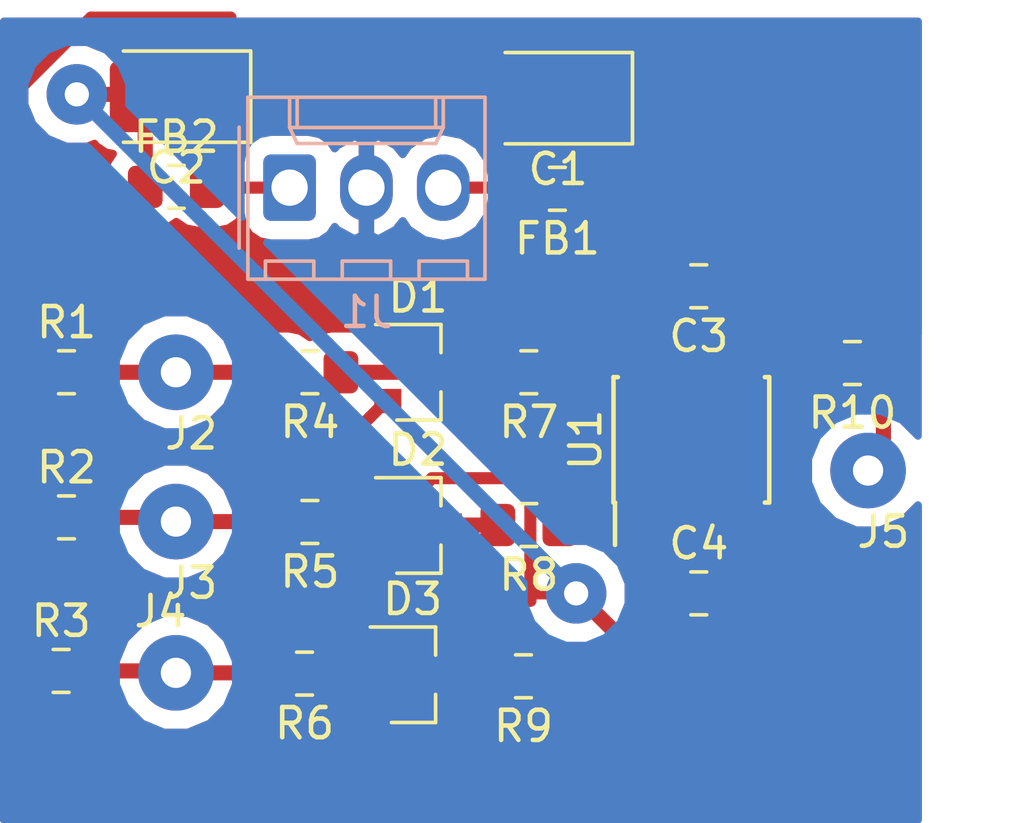
<source format=kicad_pcb>
(kicad_pcb (version 20171130) (host pcbnew "(5.0.1-3-g963ef8bb5)")

  (general
    (thickness 1.6)
    (drawings 0)
    (tracks 118)
    (zones 0)
    (modules 25)
    (nets 17)
  )

  (page A4)
  (layers
    (0 F.Cu signal)
    (31 B.Cu signal)
    (32 B.Adhes user)
    (33 F.Adhes user)
    (34 B.Paste user)
    (35 F.Paste user)
    (36 B.SilkS user)
    (37 F.SilkS user)
    (38 B.Mask user)
    (39 F.Mask user)
    (40 Dwgs.User user)
    (41 Cmts.User user)
    (42 Eco1.User user)
    (43 Eco2.User user)
    (44 Edge.Cuts user)
    (45 Margin user)
    (46 B.CrtYd user)
    (47 F.CrtYd user)
    (48 B.Fab user)
    (49 F.Fab user)
  )

  (setup
    (last_trace_width 0.4)
    (trace_clearance 0.2)
    (zone_clearance 0.6)
    (zone_45_only no)
    (trace_min 0.2)
    (segment_width 0.2)
    (edge_width 0.15)
    (via_size 2)
    (via_drill 0.8)
    (via_min_size 0.4)
    (via_min_drill 0.3)
    (uvia_size 0.3)
    (uvia_drill 0.1)
    (uvias_allowed no)
    (uvia_min_size 0.2)
    (uvia_min_drill 0.1)
    (pcb_text_width 0.3)
    (pcb_text_size 1.5 1.5)
    (mod_edge_width 0.15)
    (mod_text_size 1 1)
    (mod_text_width 0.15)
    (pad_size 1.524 1.524)
    (pad_drill 0.762)
    (pad_to_mask_clearance 0.051)
    (solder_mask_min_width 0.25)
    (aux_axis_origin 0 0)
    (visible_elements FFFFFF7F)
    (pcbplotparams
      (layerselection 0x20000_ffffffff)
      (usegerberextensions false)
      (usegerberattributes false)
      (usegerberadvancedattributes false)
      (creategerberjobfile false)
      (excludeedgelayer true)
      (linewidth 0.100000)
      (plotframeref false)
      (viasonmask false)
      (mode 1)
      (useauxorigin false)
      (hpglpennumber 1)
      (hpglpenspeed 20)
      (hpglpendiameter 15.000000)
      (psnegative false)
      (psa4output false)
      (plotreference true)
      (plotvalue true)
      (plotinvisibletext false)
      (padsonsilk false)
      (subtractmaskfromsilk false)
      (outputformat 4)
      (mirror false)
      (drillshape 1)
      (scaleselection 1)
      (outputdirectory ""))
  )

  (net 0 "")
  (net 1 +5V)
  (net 2 GND)
  (net 3 -5V)
  (net 4 "Net-(D1-Pad3)")
  (net 5 "Net-(D2-Pad3)")
  (net 6 "Net-(D3-Pad3)")
  (net 7 "Net-(FB1-Pad2)")
  (net 8 "Net-(FB2-Pad2)")
  (net 9 "Net-(J2-Pad1)")
  (net 10 "Net-(J3-Pad1)")
  (net 11 "Net-(J4-Pad1)")
  (net 12 "Net-(J5-Pad1)")
  (net 13 "Net-(R7-Pad1)")
  (net 14 "Net-(R8-Pad1)")
  (net 15 "Net-(R9-Pad1)")
  (net 16 "Net-(R10-Pad2)")

  (net_class Default "This is the default net class."
    (clearance 0.2)
    (trace_width 0.4)
    (via_dia 2)
    (via_drill 0.8)
    (uvia_dia 0.3)
    (uvia_drill 0.1)
    (add_net +5V)
    (add_net -5V)
    (add_net GND)
    (add_net "Net-(D1-Pad3)")
    (add_net "Net-(D2-Pad3)")
    (add_net "Net-(D3-Pad3)")
    (add_net "Net-(FB1-Pad2)")
    (add_net "Net-(FB2-Pad2)")
    (add_net "Net-(J2-Pad1)")
    (add_net "Net-(J3-Pad1)")
    (add_net "Net-(J4-Pad1)")
    (add_net "Net-(J5-Pad1)")
    (add_net "Net-(R10-Pad2)")
    (add_net "Net-(R7-Pad1)")
    (add_net "Net-(R8-Pad1)")
    (add_net "Net-(R9-Pad1)")
  )

  (module Capacitor_SMD:C_0805_2012Metric_Pad1.15x1.40mm_HandSolder (layer F.Cu) (tedit 5B36C52B) (tstamp 5D11C95F)
    (at 148.835 40.64 180)
    (descr "Capacitor SMD 0805 (2012 Metric), square (rectangular) end terminal, IPC_7351 nominal with elongated pad for handsoldering. (Body size source: https://docs.google.com/spreadsheets/d/1BsfQQcO9C6DZCsRaXUlFlo91Tg2WpOkGARC1WS5S8t0/edit?usp=sharing), generated with kicad-footprint-generator")
    (tags "capacitor handsolder")
    (path /5CED487C)
    (attr smd)
    (fp_text reference C3 (at 0 -1.65 180) (layer F.SilkS)
      (effects (font (size 1 1) (thickness 0.15)))
    )
    (fp_text value 10n (at 0 1.65 180) (layer F.Fab)
      (effects (font (size 1 1) (thickness 0.15)))
    )
    (fp_text user %R (at 0 0 180) (layer F.Fab)
      (effects (font (size 0.5 0.5) (thickness 0.08)))
    )
    (fp_line (start 1.85 0.95) (end -1.85 0.95) (layer F.CrtYd) (width 0.05))
    (fp_line (start 1.85 -0.95) (end 1.85 0.95) (layer F.CrtYd) (width 0.05))
    (fp_line (start -1.85 -0.95) (end 1.85 -0.95) (layer F.CrtYd) (width 0.05))
    (fp_line (start -1.85 0.95) (end -1.85 -0.95) (layer F.CrtYd) (width 0.05))
    (fp_line (start -0.261252 0.71) (end 0.261252 0.71) (layer F.SilkS) (width 0.12))
    (fp_line (start -0.261252 -0.71) (end 0.261252 -0.71) (layer F.SilkS) (width 0.12))
    (fp_line (start 1 0.6) (end -1 0.6) (layer F.Fab) (width 0.1))
    (fp_line (start 1 -0.6) (end 1 0.6) (layer F.Fab) (width 0.1))
    (fp_line (start -1 -0.6) (end 1 -0.6) (layer F.Fab) (width 0.1))
    (fp_line (start -1 0.6) (end -1 -0.6) (layer F.Fab) (width 0.1))
    (pad 2 smd roundrect (at 1.025 0 180) (size 1.15 1.4) (layers F.Cu F.Paste F.Mask) (roundrect_rratio 0.217391)
      (net 2 GND))
    (pad 1 smd roundrect (at -1.025 0 180) (size 1.15 1.4) (layers F.Cu F.Paste F.Mask) (roundrect_rratio 0.217391)
      (net 1 +5V))
    (model ${KISYS3DMOD}/Capacitor_SMD.3dshapes/C_0805_2012Metric.wrl
      (at (xyz 0 0 0))
      (scale (xyz 1 1 1))
      (rotate (xyz 0 0 0))
    )
  )

  (module Capacitor_SMD:C_0805_2012Metric_Pad1.15x1.40mm_HandSolder (layer F.Cu) (tedit 5B36C52B) (tstamp 5D11E269)
    (at 148.835 50.8)
    (descr "Capacitor SMD 0805 (2012 Metric), square (rectangular) end terminal, IPC_7351 nominal with elongated pad for handsoldering. (Body size source: https://docs.google.com/spreadsheets/d/1BsfQQcO9C6DZCsRaXUlFlo91Tg2WpOkGARC1WS5S8t0/edit?usp=sharing), generated with kicad-footprint-generator")
    (tags "capacitor handsolder")
    (path /5CED5375)
    (attr smd)
    (fp_text reference C4 (at 0 -1.65) (layer F.SilkS)
      (effects (font (size 1 1) (thickness 0.15)))
    )
    (fp_text value 10n (at 0 1.65) (layer F.Fab)
      (effects (font (size 1 1) (thickness 0.15)))
    )
    (fp_text user %R (at 0 0) (layer F.Fab)
      (effects (font (size 0.5 0.5) (thickness 0.08)))
    )
    (fp_line (start 1.85 0.95) (end -1.85 0.95) (layer F.CrtYd) (width 0.05))
    (fp_line (start 1.85 -0.95) (end 1.85 0.95) (layer F.CrtYd) (width 0.05))
    (fp_line (start -1.85 -0.95) (end 1.85 -0.95) (layer F.CrtYd) (width 0.05))
    (fp_line (start -1.85 0.95) (end -1.85 -0.95) (layer F.CrtYd) (width 0.05))
    (fp_line (start -0.261252 0.71) (end 0.261252 0.71) (layer F.SilkS) (width 0.12))
    (fp_line (start -0.261252 -0.71) (end 0.261252 -0.71) (layer F.SilkS) (width 0.12))
    (fp_line (start 1 0.6) (end -1 0.6) (layer F.Fab) (width 0.1))
    (fp_line (start 1 -0.6) (end 1 0.6) (layer F.Fab) (width 0.1))
    (fp_line (start -1 -0.6) (end 1 -0.6) (layer F.Fab) (width 0.1))
    (fp_line (start -1 0.6) (end -1 -0.6) (layer F.Fab) (width 0.1))
    (pad 2 smd roundrect (at 1.025 0) (size 1.15 1.4) (layers F.Cu F.Paste F.Mask) (roundrect_rratio 0.217391)
      (net 3 -5V))
    (pad 1 smd roundrect (at -1.025 0) (size 1.15 1.4) (layers F.Cu F.Paste F.Mask) (roundrect_rratio 0.217391)
      (net 2 GND))
    (model ${KISYS3DMOD}/Capacitor_SMD.3dshapes/C_0805_2012Metric.wrl
      (at (xyz 0 0 0))
      (scale (xyz 1 1 1))
      (rotate (xyz 0 0 0))
    )
  )

  (module Inductor_SMD:L_0805_2012Metric_Pad1.15x1.40mm_HandSolder (layer F.Cu) (tedit 5B36C52B) (tstamp 5D11C9C0)
    (at 144.1593 37.4142 180)
    (descr "Capacitor SMD 0805 (2012 Metric), square (rectangular) end terminal, IPC_7351 nominal with elongated pad for handsoldering. (Body size source: https://docs.google.com/spreadsheets/d/1BsfQQcO9C6DZCsRaXUlFlo91Tg2WpOkGARC1WS5S8t0/edit?usp=sharing), generated with kicad-footprint-generator")
    (tags "inductor handsolder")
    (path /5C6ACEE4)
    (attr smd)
    (fp_text reference FB1 (at 0 -1.65 180) (layer F.SilkS)
      (effects (font (size 1 1) (thickness 0.15)))
    )
    (fp_text value Ferrite_Bead (at 0 1.65 180) (layer F.Fab)
      (effects (font (size 1 1) (thickness 0.15)))
    )
    (fp_text user %R (at 0 0 180) (layer F.Fab)
      (effects (font (size 0.5 0.5) (thickness 0.08)))
    )
    (fp_line (start 1.85 0.95) (end -1.85 0.95) (layer F.CrtYd) (width 0.05))
    (fp_line (start 1.85 -0.95) (end 1.85 0.95) (layer F.CrtYd) (width 0.05))
    (fp_line (start -1.85 -0.95) (end 1.85 -0.95) (layer F.CrtYd) (width 0.05))
    (fp_line (start -1.85 0.95) (end -1.85 -0.95) (layer F.CrtYd) (width 0.05))
    (fp_line (start -0.261252 0.71) (end 0.261252 0.71) (layer F.SilkS) (width 0.12))
    (fp_line (start -0.261252 -0.71) (end 0.261252 -0.71) (layer F.SilkS) (width 0.12))
    (fp_line (start 1 0.6) (end -1 0.6) (layer F.Fab) (width 0.1))
    (fp_line (start 1 -0.6) (end 1 0.6) (layer F.Fab) (width 0.1))
    (fp_line (start -1 -0.6) (end 1 -0.6) (layer F.Fab) (width 0.1))
    (fp_line (start -1 0.6) (end -1 -0.6) (layer F.Fab) (width 0.1))
    (pad 2 smd roundrect (at 1.025 0 180) (size 1.15 1.4) (layers F.Cu F.Paste F.Mask) (roundrect_rratio 0.217391)
      (net 7 "Net-(FB1-Pad2)"))
    (pad 1 smd roundrect (at -1.025 0 180) (size 1.15 1.4) (layers F.Cu F.Paste F.Mask) (roundrect_rratio 0.217391)
      (net 1 +5V))
    (model ${KISYS3DMOD}/Inductor_SMD.3dshapes/L_0805_2012Metric.wrl
      (at (xyz 0 0 0))
      (scale (xyz 1 1 1))
      (rotate (xyz 0 0 0))
    )
  )

  (module Inductor_SMD:L_0805_2012Metric_Pad1.15x1.40mm_HandSolder (layer F.Cu) (tedit 5B36C52B) (tstamp 5D11C9D1)
    (at 131.5577 37.3507)
    (descr "Capacitor SMD 0805 (2012 Metric), square (rectangular) end terminal, IPC_7351 nominal with elongated pad for handsoldering. (Body size source: https://docs.google.com/spreadsheets/d/1BsfQQcO9C6DZCsRaXUlFlo91Tg2WpOkGARC1WS5S8t0/edit?usp=sharing), generated with kicad-footprint-generator")
    (tags "inductor handsolder")
    (path /5C6ACF86)
    (attr smd)
    (fp_text reference FB2 (at 0 -1.65) (layer F.SilkS)
      (effects (font (size 1 1) (thickness 0.15)))
    )
    (fp_text value Ferrite_Bead (at 0 1.65) (layer F.Fab)
      (effects (font (size 1 1) (thickness 0.15)))
    )
    (fp_text user %R (at 0 0) (layer F.Fab)
      (effects (font (size 0.5 0.5) (thickness 0.08)))
    )
    (fp_line (start 1.85 0.95) (end -1.85 0.95) (layer F.CrtYd) (width 0.05))
    (fp_line (start 1.85 -0.95) (end 1.85 0.95) (layer F.CrtYd) (width 0.05))
    (fp_line (start -1.85 -0.95) (end 1.85 -0.95) (layer F.CrtYd) (width 0.05))
    (fp_line (start -1.85 0.95) (end -1.85 -0.95) (layer F.CrtYd) (width 0.05))
    (fp_line (start -0.261252 0.71) (end 0.261252 0.71) (layer F.SilkS) (width 0.12))
    (fp_line (start -0.261252 -0.71) (end 0.261252 -0.71) (layer F.SilkS) (width 0.12))
    (fp_line (start 1 0.6) (end -1 0.6) (layer F.Fab) (width 0.1))
    (fp_line (start 1 -0.6) (end 1 0.6) (layer F.Fab) (width 0.1))
    (fp_line (start -1 -0.6) (end 1 -0.6) (layer F.Fab) (width 0.1))
    (fp_line (start -1 0.6) (end -1 -0.6) (layer F.Fab) (width 0.1))
    (pad 2 smd roundrect (at 1.025 0) (size 1.15 1.4) (layers F.Cu F.Paste F.Mask) (roundrect_rratio 0.217391)
      (net 8 "Net-(FB2-Pad2)"))
    (pad 1 smd roundrect (at -1.025 0) (size 1.15 1.4) (layers F.Cu F.Paste F.Mask) (roundrect_rratio 0.217391)
      (net 3 -5V))
    (model ${KISYS3DMOD}/Inductor_SMD.3dshapes/L_0805_2012Metric.wrl
      (at (xyz 0 0 0))
      (scale (xyz 1 1 1))
      (rotate (xyz 0 0 0))
    )
  )

  (module Resistor_SMD:R_0805_2012Metric_Pad1.15x1.40mm_HandSolder (layer F.Cu) (tedit 5B36C52B) (tstamp 5D11CA1E)
    (at 127.9287 43.4848)
    (descr "Resistor SMD 0805 (2012 Metric), square (rectangular) end terminal, IPC_7351 nominal with elongated pad for handsoldering. (Body size source: https://docs.google.com/spreadsheets/d/1BsfQQcO9C6DZCsRaXUlFlo91Tg2WpOkGARC1WS5S8t0/edit?usp=sharing), generated with kicad-footprint-generator")
    (tags "resistor handsolder")
    (path /5CED6B17)
    (attr smd)
    (fp_text reference R1 (at 0 -1.65) (layer F.SilkS)
      (effects (font (size 1 1) (thickness 0.15)))
    )
    (fp_text value 47k (at 0 1.65) (layer F.Fab)
      (effects (font (size 1 1) (thickness 0.15)))
    )
    (fp_text user %R (at 0 0) (layer F.Fab)
      (effects (font (size 0.5 0.5) (thickness 0.08)))
    )
    (fp_line (start 1.85 0.95) (end -1.85 0.95) (layer F.CrtYd) (width 0.05))
    (fp_line (start 1.85 -0.95) (end 1.85 0.95) (layer F.CrtYd) (width 0.05))
    (fp_line (start -1.85 -0.95) (end 1.85 -0.95) (layer F.CrtYd) (width 0.05))
    (fp_line (start -1.85 0.95) (end -1.85 -0.95) (layer F.CrtYd) (width 0.05))
    (fp_line (start -0.261252 0.71) (end 0.261252 0.71) (layer F.SilkS) (width 0.12))
    (fp_line (start -0.261252 -0.71) (end 0.261252 -0.71) (layer F.SilkS) (width 0.12))
    (fp_line (start 1 0.6) (end -1 0.6) (layer F.Fab) (width 0.1))
    (fp_line (start 1 -0.6) (end 1 0.6) (layer F.Fab) (width 0.1))
    (fp_line (start -1 -0.6) (end 1 -0.6) (layer F.Fab) (width 0.1))
    (fp_line (start -1 0.6) (end -1 -0.6) (layer F.Fab) (width 0.1))
    (pad 2 smd roundrect (at 1.025 0) (size 1.15 1.4) (layers F.Cu F.Paste F.Mask) (roundrect_rratio 0.217391)
      (net 9 "Net-(J2-Pad1)"))
    (pad 1 smd roundrect (at -1.025 0) (size 1.15 1.4) (layers F.Cu F.Paste F.Mask) (roundrect_rratio 0.217391)
      (net 2 GND))
    (model ${KISYS3DMOD}/Resistor_SMD.3dshapes/R_0805_2012Metric.wrl
      (at (xyz 0 0 0))
      (scale (xyz 1 1 1))
      (rotate (xyz 0 0 0))
    )
  )

  (module Resistor_SMD:R_0805_2012Metric_Pad1.15x1.40mm_HandSolder (layer F.Cu) (tedit 5B36C52B) (tstamp 5D11CA2F)
    (at 127.9287 48.2854)
    (descr "Resistor SMD 0805 (2012 Metric), square (rectangular) end terminal, IPC_7351 nominal with elongated pad for handsoldering. (Body size source: https://docs.google.com/spreadsheets/d/1BsfQQcO9C6DZCsRaXUlFlo91Tg2WpOkGARC1WS5S8t0/edit?usp=sharing), generated with kicad-footprint-generator")
    (tags "resistor handsolder")
    (path /5CED856D)
    (attr smd)
    (fp_text reference R2 (at 0 -1.65) (layer F.SilkS)
      (effects (font (size 1 1) (thickness 0.15)))
    )
    (fp_text value 47k (at 0 1.65) (layer F.Fab)
      (effects (font (size 1 1) (thickness 0.15)))
    )
    (fp_text user %R (at 0 0) (layer F.Fab)
      (effects (font (size 0.5 0.5) (thickness 0.08)))
    )
    (fp_line (start 1.85 0.95) (end -1.85 0.95) (layer F.CrtYd) (width 0.05))
    (fp_line (start 1.85 -0.95) (end 1.85 0.95) (layer F.CrtYd) (width 0.05))
    (fp_line (start -1.85 -0.95) (end 1.85 -0.95) (layer F.CrtYd) (width 0.05))
    (fp_line (start -1.85 0.95) (end -1.85 -0.95) (layer F.CrtYd) (width 0.05))
    (fp_line (start -0.261252 0.71) (end 0.261252 0.71) (layer F.SilkS) (width 0.12))
    (fp_line (start -0.261252 -0.71) (end 0.261252 -0.71) (layer F.SilkS) (width 0.12))
    (fp_line (start 1 0.6) (end -1 0.6) (layer F.Fab) (width 0.1))
    (fp_line (start 1 -0.6) (end 1 0.6) (layer F.Fab) (width 0.1))
    (fp_line (start -1 -0.6) (end 1 -0.6) (layer F.Fab) (width 0.1))
    (fp_line (start -1 0.6) (end -1 -0.6) (layer F.Fab) (width 0.1))
    (pad 2 smd roundrect (at 1.025 0) (size 1.15 1.4) (layers F.Cu F.Paste F.Mask) (roundrect_rratio 0.217391)
      (net 10 "Net-(J3-Pad1)"))
    (pad 1 smd roundrect (at -1.025 0) (size 1.15 1.4) (layers F.Cu F.Paste F.Mask) (roundrect_rratio 0.217391)
      (net 2 GND))
    (model ${KISYS3DMOD}/Resistor_SMD.3dshapes/R_0805_2012Metric.wrl
      (at (xyz 0 0 0))
      (scale (xyz 1 1 1))
      (rotate (xyz 0 0 0))
    )
  )

  (module Resistor_SMD:R_0805_2012Metric_Pad1.15x1.40mm_HandSolder (layer F.Cu) (tedit 5B36C52B) (tstamp 5D11CA40)
    (at 127.7509 53.3654)
    (descr "Resistor SMD 0805 (2012 Metric), square (rectangular) end terminal, IPC_7351 nominal with elongated pad for handsoldering. (Body size source: https://docs.google.com/spreadsheets/d/1BsfQQcO9C6DZCsRaXUlFlo91Tg2WpOkGARC1WS5S8t0/edit?usp=sharing), generated with kicad-footprint-generator")
    (tags "resistor handsolder")
    (path /5CED8FD7)
    (attr smd)
    (fp_text reference R3 (at 0 -1.65) (layer F.SilkS)
      (effects (font (size 1 1) (thickness 0.15)))
    )
    (fp_text value 47k (at 0 1.65) (layer F.Fab)
      (effects (font (size 1 1) (thickness 0.15)))
    )
    (fp_text user %R (at 0 0) (layer F.Fab)
      (effects (font (size 0.5 0.5) (thickness 0.08)))
    )
    (fp_line (start 1.85 0.95) (end -1.85 0.95) (layer F.CrtYd) (width 0.05))
    (fp_line (start 1.85 -0.95) (end 1.85 0.95) (layer F.CrtYd) (width 0.05))
    (fp_line (start -1.85 -0.95) (end 1.85 -0.95) (layer F.CrtYd) (width 0.05))
    (fp_line (start -1.85 0.95) (end -1.85 -0.95) (layer F.CrtYd) (width 0.05))
    (fp_line (start -0.261252 0.71) (end 0.261252 0.71) (layer F.SilkS) (width 0.12))
    (fp_line (start -0.261252 -0.71) (end 0.261252 -0.71) (layer F.SilkS) (width 0.12))
    (fp_line (start 1 0.6) (end -1 0.6) (layer F.Fab) (width 0.1))
    (fp_line (start 1 -0.6) (end 1 0.6) (layer F.Fab) (width 0.1))
    (fp_line (start -1 -0.6) (end 1 -0.6) (layer F.Fab) (width 0.1))
    (fp_line (start -1 0.6) (end -1 -0.6) (layer F.Fab) (width 0.1))
    (pad 2 smd roundrect (at 1.025 0) (size 1.15 1.4) (layers F.Cu F.Paste F.Mask) (roundrect_rratio 0.217391)
      (net 11 "Net-(J4-Pad1)"))
    (pad 1 smd roundrect (at -1.025 0) (size 1.15 1.4) (layers F.Cu F.Paste F.Mask) (roundrect_rratio 0.217391)
      (net 2 GND))
    (model ${KISYS3DMOD}/Resistor_SMD.3dshapes/R_0805_2012Metric.wrl
      (at (xyz 0 0 0))
      (scale (xyz 1 1 1))
      (rotate (xyz 0 0 0))
    )
  )

  (module Resistor_SMD:R_0805_2012Metric_Pad1.15x1.40mm_HandSolder (layer F.Cu) (tedit 5B36C52B) (tstamp 5D11CA51)
    (at 135.9773 43.4848 180)
    (descr "Resistor SMD 0805 (2012 Metric), square (rectangular) end terminal, IPC_7351 nominal with elongated pad for handsoldering. (Body size source: https://docs.google.com/spreadsheets/d/1BsfQQcO9C6DZCsRaXUlFlo91Tg2WpOkGARC1WS5S8t0/edit?usp=sharing), generated with kicad-footprint-generator")
    (tags "resistor handsolder")
    (path /5CED6258)
    (attr smd)
    (fp_text reference R4 (at 0 -1.65 180) (layer F.SilkS)
      (effects (font (size 1 1) (thickness 0.15)))
    )
    (fp_text value 100 (at 0 1.65 180) (layer F.Fab)
      (effects (font (size 1 1) (thickness 0.15)))
    )
    (fp_text user %R (at 0 0 180) (layer F.Fab)
      (effects (font (size 0.5 0.5) (thickness 0.08)))
    )
    (fp_line (start 1.85 0.95) (end -1.85 0.95) (layer F.CrtYd) (width 0.05))
    (fp_line (start 1.85 -0.95) (end 1.85 0.95) (layer F.CrtYd) (width 0.05))
    (fp_line (start -1.85 -0.95) (end 1.85 -0.95) (layer F.CrtYd) (width 0.05))
    (fp_line (start -1.85 0.95) (end -1.85 -0.95) (layer F.CrtYd) (width 0.05))
    (fp_line (start -0.261252 0.71) (end 0.261252 0.71) (layer F.SilkS) (width 0.12))
    (fp_line (start -0.261252 -0.71) (end 0.261252 -0.71) (layer F.SilkS) (width 0.12))
    (fp_line (start 1 0.6) (end -1 0.6) (layer F.Fab) (width 0.1))
    (fp_line (start 1 -0.6) (end 1 0.6) (layer F.Fab) (width 0.1))
    (fp_line (start -1 -0.6) (end 1 -0.6) (layer F.Fab) (width 0.1))
    (fp_line (start -1 0.6) (end -1 -0.6) (layer F.Fab) (width 0.1))
    (pad 2 smd roundrect (at 1.025 0 180) (size 1.15 1.4) (layers F.Cu F.Paste F.Mask) (roundrect_rratio 0.217391)
      (net 9 "Net-(J2-Pad1)"))
    (pad 1 smd roundrect (at -1.025 0 180) (size 1.15 1.4) (layers F.Cu F.Paste F.Mask) (roundrect_rratio 0.217391)
      (net 4 "Net-(D1-Pad3)"))
    (model ${KISYS3DMOD}/Resistor_SMD.3dshapes/R_0805_2012Metric.wrl
      (at (xyz 0 0 0))
      (scale (xyz 1 1 1))
      (rotate (xyz 0 0 0))
    )
  )

  (module Resistor_SMD:R_0805_2012Metric_Pad1.15x1.40mm_HandSolder (layer F.Cu) (tedit 5B36C52B) (tstamp 5D11CA62)
    (at 135.9773 48.4378 180)
    (descr "Resistor SMD 0805 (2012 Metric), square (rectangular) end terminal, IPC_7351 nominal with elongated pad for handsoldering. (Body size source: https://docs.google.com/spreadsheets/d/1BsfQQcO9C6DZCsRaXUlFlo91Tg2WpOkGARC1WS5S8t0/edit?usp=sharing), generated with kicad-footprint-generator")
    (tags "resistor handsolder")
    (path /5CED8554)
    (attr smd)
    (fp_text reference R5 (at 0 -1.65 180) (layer F.SilkS)
      (effects (font (size 1 1) (thickness 0.15)))
    )
    (fp_text value 100 (at 0 1.65 180) (layer F.Fab)
      (effects (font (size 1 1) (thickness 0.15)))
    )
    (fp_text user %R (at 0 0 180) (layer F.Fab)
      (effects (font (size 0.5 0.5) (thickness 0.08)))
    )
    (fp_line (start 1.85 0.95) (end -1.85 0.95) (layer F.CrtYd) (width 0.05))
    (fp_line (start 1.85 -0.95) (end 1.85 0.95) (layer F.CrtYd) (width 0.05))
    (fp_line (start -1.85 -0.95) (end 1.85 -0.95) (layer F.CrtYd) (width 0.05))
    (fp_line (start -1.85 0.95) (end -1.85 -0.95) (layer F.CrtYd) (width 0.05))
    (fp_line (start -0.261252 0.71) (end 0.261252 0.71) (layer F.SilkS) (width 0.12))
    (fp_line (start -0.261252 -0.71) (end 0.261252 -0.71) (layer F.SilkS) (width 0.12))
    (fp_line (start 1 0.6) (end -1 0.6) (layer F.Fab) (width 0.1))
    (fp_line (start 1 -0.6) (end 1 0.6) (layer F.Fab) (width 0.1))
    (fp_line (start -1 -0.6) (end 1 -0.6) (layer F.Fab) (width 0.1))
    (fp_line (start -1 0.6) (end -1 -0.6) (layer F.Fab) (width 0.1))
    (pad 2 smd roundrect (at 1.025 0 180) (size 1.15 1.4) (layers F.Cu F.Paste F.Mask) (roundrect_rratio 0.217391)
      (net 10 "Net-(J3-Pad1)"))
    (pad 1 smd roundrect (at -1.025 0 180) (size 1.15 1.4) (layers F.Cu F.Paste F.Mask) (roundrect_rratio 0.217391)
      (net 5 "Net-(D2-Pad3)"))
    (model ${KISYS3DMOD}/Resistor_SMD.3dshapes/R_0805_2012Metric.wrl
      (at (xyz 0 0 0))
      (scale (xyz 1 1 1))
      (rotate (xyz 0 0 0))
    )
  )

  (module Resistor_SMD:R_0805_2012Metric_Pad1.15x1.40mm_HandSolder (layer F.Cu) (tedit 5B36C52B) (tstamp 5D11D8D3)
    (at 135.7995 53.4543 180)
    (descr "Resistor SMD 0805 (2012 Metric), square (rectangular) end terminal, IPC_7351 nominal with elongated pad for handsoldering. (Body size source: https://docs.google.com/spreadsheets/d/1BsfQQcO9C6DZCsRaXUlFlo91Tg2WpOkGARC1WS5S8t0/edit?usp=sharing), generated with kicad-footprint-generator")
    (tags "resistor handsolder")
    (path /5CED8FBE)
    (attr smd)
    (fp_text reference R6 (at 0 -1.65 180) (layer F.SilkS)
      (effects (font (size 1 1) (thickness 0.15)))
    )
    (fp_text value 100 (at 0 1.65 180) (layer F.Fab)
      (effects (font (size 1 1) (thickness 0.15)))
    )
    (fp_text user %R (at 0 0 180) (layer F.Fab)
      (effects (font (size 0.5 0.5) (thickness 0.08)))
    )
    (fp_line (start 1.85 0.95) (end -1.85 0.95) (layer F.CrtYd) (width 0.05))
    (fp_line (start 1.85 -0.95) (end 1.85 0.95) (layer F.CrtYd) (width 0.05))
    (fp_line (start -1.85 -0.95) (end 1.85 -0.95) (layer F.CrtYd) (width 0.05))
    (fp_line (start -1.85 0.95) (end -1.85 -0.95) (layer F.CrtYd) (width 0.05))
    (fp_line (start -0.261252 0.71) (end 0.261252 0.71) (layer F.SilkS) (width 0.12))
    (fp_line (start -0.261252 -0.71) (end 0.261252 -0.71) (layer F.SilkS) (width 0.12))
    (fp_line (start 1 0.6) (end -1 0.6) (layer F.Fab) (width 0.1))
    (fp_line (start 1 -0.6) (end 1 0.6) (layer F.Fab) (width 0.1))
    (fp_line (start -1 -0.6) (end 1 -0.6) (layer F.Fab) (width 0.1))
    (fp_line (start -1 0.6) (end -1 -0.6) (layer F.Fab) (width 0.1))
    (pad 2 smd roundrect (at 1.025 0 180) (size 1.15 1.4) (layers F.Cu F.Paste F.Mask) (roundrect_rratio 0.217391)
      (net 11 "Net-(J4-Pad1)"))
    (pad 1 smd roundrect (at -1.025 0 180) (size 1.15 1.4) (layers F.Cu F.Paste F.Mask) (roundrect_rratio 0.217391)
      (net 6 "Net-(D3-Pad3)"))
    (model ${KISYS3DMOD}/Resistor_SMD.3dshapes/R_0805_2012Metric.wrl
      (at (xyz 0 0 0))
      (scale (xyz 1 1 1))
      (rotate (xyz 0 0 0))
    )
  )

  (module Resistor_SMD:R_0805_2012Metric_Pad1.15x1.40mm_HandSolder (layer F.Cu) (tedit 5B36C52B) (tstamp 5D11CA84)
    (at 143.2163 43.4848 180)
    (descr "Resistor SMD 0805 (2012 Metric), square (rectangular) end terminal, IPC_7351 nominal with elongated pad for handsoldering. (Body size source: https://docs.google.com/spreadsheets/d/1BsfQQcO9C6DZCsRaXUlFlo91Tg2WpOkGARC1WS5S8t0/edit?usp=sharing), generated with kicad-footprint-generator")
    (tags "resistor handsolder")
    (path /5CED7212)
    (attr smd)
    (fp_text reference R7 (at 0 -1.65 180) (layer F.SilkS)
      (effects (font (size 1 1) (thickness 0.15)))
    )
    (fp_text value 100 (at 0 1.65 180) (layer F.Fab)
      (effects (font (size 1 1) (thickness 0.15)))
    )
    (fp_text user %R (at 0 0 180) (layer F.Fab)
      (effects (font (size 0.5 0.5) (thickness 0.08)))
    )
    (fp_line (start 1.85 0.95) (end -1.85 0.95) (layer F.CrtYd) (width 0.05))
    (fp_line (start 1.85 -0.95) (end 1.85 0.95) (layer F.CrtYd) (width 0.05))
    (fp_line (start -1.85 -0.95) (end 1.85 -0.95) (layer F.CrtYd) (width 0.05))
    (fp_line (start -1.85 0.95) (end -1.85 -0.95) (layer F.CrtYd) (width 0.05))
    (fp_line (start -0.261252 0.71) (end 0.261252 0.71) (layer F.SilkS) (width 0.12))
    (fp_line (start -0.261252 -0.71) (end 0.261252 -0.71) (layer F.SilkS) (width 0.12))
    (fp_line (start 1 0.6) (end -1 0.6) (layer F.Fab) (width 0.1))
    (fp_line (start 1 -0.6) (end 1 0.6) (layer F.Fab) (width 0.1))
    (fp_line (start -1 -0.6) (end 1 -0.6) (layer F.Fab) (width 0.1))
    (fp_line (start -1 0.6) (end -1 -0.6) (layer F.Fab) (width 0.1))
    (pad 2 smd roundrect (at 1.025 0 180) (size 1.15 1.4) (layers F.Cu F.Paste F.Mask) (roundrect_rratio 0.217391)
      (net 4 "Net-(D1-Pad3)"))
    (pad 1 smd roundrect (at -1.025 0 180) (size 1.15 1.4) (layers F.Cu F.Paste F.Mask) (roundrect_rratio 0.217391)
      (net 13 "Net-(R7-Pad1)"))
    (model ${KISYS3DMOD}/Resistor_SMD.3dshapes/R_0805_2012Metric.wrl
      (at (xyz 0 0 0))
      (scale (xyz 1 1 1))
      (rotate (xyz 0 0 0))
    )
  )

  (module Resistor_SMD:R_0805_2012Metric_Pad1.15x1.40mm_HandSolder (layer F.Cu) (tedit 5B36C52B) (tstamp 5D11CA95)
    (at 143.2163 48.5394 180)
    (descr "Resistor SMD 0805 (2012 Metric), square (rectangular) end terminal, IPC_7351 nominal with elongated pad for handsoldering. (Body size source: https://docs.google.com/spreadsheets/d/1BsfQQcO9C6DZCsRaXUlFlo91Tg2WpOkGARC1WS5S8t0/edit?usp=sharing), generated with kicad-footprint-generator")
    (tags "resistor handsolder")
    (path /5CED857B)
    (attr smd)
    (fp_text reference R8 (at 0 -1.65 180) (layer F.SilkS)
      (effects (font (size 1 1) (thickness 0.15)))
    )
    (fp_text value 100 (at 0 1.65 180) (layer F.Fab)
      (effects (font (size 1 1) (thickness 0.15)))
    )
    (fp_text user %R (at 0 0 180) (layer F.Fab)
      (effects (font (size 0.5 0.5) (thickness 0.08)))
    )
    (fp_line (start 1.85 0.95) (end -1.85 0.95) (layer F.CrtYd) (width 0.05))
    (fp_line (start 1.85 -0.95) (end 1.85 0.95) (layer F.CrtYd) (width 0.05))
    (fp_line (start -1.85 -0.95) (end 1.85 -0.95) (layer F.CrtYd) (width 0.05))
    (fp_line (start -1.85 0.95) (end -1.85 -0.95) (layer F.CrtYd) (width 0.05))
    (fp_line (start -0.261252 0.71) (end 0.261252 0.71) (layer F.SilkS) (width 0.12))
    (fp_line (start -0.261252 -0.71) (end 0.261252 -0.71) (layer F.SilkS) (width 0.12))
    (fp_line (start 1 0.6) (end -1 0.6) (layer F.Fab) (width 0.1))
    (fp_line (start 1 -0.6) (end 1 0.6) (layer F.Fab) (width 0.1))
    (fp_line (start -1 -0.6) (end 1 -0.6) (layer F.Fab) (width 0.1))
    (fp_line (start -1 0.6) (end -1 -0.6) (layer F.Fab) (width 0.1))
    (pad 2 smd roundrect (at 1.025 0 180) (size 1.15 1.4) (layers F.Cu F.Paste F.Mask) (roundrect_rratio 0.217391)
      (net 5 "Net-(D2-Pad3)"))
    (pad 1 smd roundrect (at -1.025 0 180) (size 1.15 1.4) (layers F.Cu F.Paste F.Mask) (roundrect_rratio 0.217391)
      (net 14 "Net-(R8-Pad1)"))
    (model ${KISYS3DMOD}/Resistor_SMD.3dshapes/R_0805_2012Metric.wrl
      (at (xyz 0 0 0))
      (scale (xyz 1 1 1))
      (rotate (xyz 0 0 0))
    )
  )

  (module Resistor_SMD:R_0805_2012Metric_Pad1.15x1.40mm_HandSolder (layer F.Cu) (tedit 5B36C52B) (tstamp 5D11D8A3)
    (at 143.0385 53.5432 180)
    (descr "Resistor SMD 0805 (2012 Metric), square (rectangular) end terminal, IPC_7351 nominal with elongated pad for handsoldering. (Body size source: https://docs.google.com/spreadsheets/d/1BsfQQcO9C6DZCsRaXUlFlo91Tg2WpOkGARC1WS5S8t0/edit?usp=sharing), generated with kicad-footprint-generator")
    (tags "resistor handsolder")
    (path /5CED8FE5)
    (attr smd)
    (fp_text reference R9 (at 0 -1.65 180) (layer F.SilkS)
      (effects (font (size 1 1) (thickness 0.15)))
    )
    (fp_text value 100 (at 0 1.65 180) (layer F.Fab)
      (effects (font (size 1 1) (thickness 0.15)))
    )
    (fp_text user %R (at 0 0 180) (layer F.Fab)
      (effects (font (size 0.5 0.5) (thickness 0.08)))
    )
    (fp_line (start 1.85 0.95) (end -1.85 0.95) (layer F.CrtYd) (width 0.05))
    (fp_line (start 1.85 -0.95) (end 1.85 0.95) (layer F.CrtYd) (width 0.05))
    (fp_line (start -1.85 -0.95) (end 1.85 -0.95) (layer F.CrtYd) (width 0.05))
    (fp_line (start -1.85 0.95) (end -1.85 -0.95) (layer F.CrtYd) (width 0.05))
    (fp_line (start -0.261252 0.71) (end 0.261252 0.71) (layer F.SilkS) (width 0.12))
    (fp_line (start -0.261252 -0.71) (end 0.261252 -0.71) (layer F.SilkS) (width 0.12))
    (fp_line (start 1 0.6) (end -1 0.6) (layer F.Fab) (width 0.1))
    (fp_line (start 1 -0.6) (end 1 0.6) (layer F.Fab) (width 0.1))
    (fp_line (start -1 -0.6) (end 1 -0.6) (layer F.Fab) (width 0.1))
    (fp_line (start -1 0.6) (end -1 -0.6) (layer F.Fab) (width 0.1))
    (pad 2 smd roundrect (at 1.025 0 180) (size 1.15 1.4) (layers F.Cu F.Paste F.Mask) (roundrect_rratio 0.217391)
      (net 6 "Net-(D3-Pad3)"))
    (pad 1 smd roundrect (at -1.025 0 180) (size 1.15 1.4) (layers F.Cu F.Paste F.Mask) (roundrect_rratio 0.217391)
      (net 15 "Net-(R9-Pad1)"))
    (model ${KISYS3DMOD}/Resistor_SMD.3dshapes/R_0805_2012Metric.wrl
      (at (xyz 0 0 0))
      (scale (xyz 1 1 1))
      (rotate (xyz 0 0 0))
    )
  )

  (module Resistor_SMD:R_0805_2012Metric_Pad1.15x1.40mm_HandSolder (layer F.Cu) (tedit 5B36C52B) (tstamp 5D11CAB7)
    (at 153.915 43.18 180)
    (descr "Resistor SMD 0805 (2012 Metric), square (rectangular) end terminal, IPC_7351 nominal with elongated pad for handsoldering. (Body size source: https://docs.google.com/spreadsheets/d/1BsfQQcO9C6DZCsRaXUlFlo91Tg2WpOkGARC1WS5S8t0/edit?usp=sharing), generated with kicad-footprint-generator")
    (tags "resistor handsolder")
    (path /5CEDB06E)
    (attr smd)
    (fp_text reference R10 (at 0 -1.65 180) (layer F.SilkS)
      (effects (font (size 1 1) (thickness 0.15)))
    )
    (fp_text value 75 (at 0 1.65 180) (layer F.Fab)
      (effects (font (size 1 1) (thickness 0.15)))
    )
    (fp_text user %R (at 0 0 180) (layer F.Fab)
      (effects (font (size 0.5 0.5) (thickness 0.08)))
    )
    (fp_line (start 1.85 0.95) (end -1.85 0.95) (layer F.CrtYd) (width 0.05))
    (fp_line (start 1.85 -0.95) (end 1.85 0.95) (layer F.CrtYd) (width 0.05))
    (fp_line (start -1.85 -0.95) (end 1.85 -0.95) (layer F.CrtYd) (width 0.05))
    (fp_line (start -1.85 0.95) (end -1.85 -0.95) (layer F.CrtYd) (width 0.05))
    (fp_line (start -0.261252 0.71) (end 0.261252 0.71) (layer F.SilkS) (width 0.12))
    (fp_line (start -0.261252 -0.71) (end 0.261252 -0.71) (layer F.SilkS) (width 0.12))
    (fp_line (start 1 0.6) (end -1 0.6) (layer F.Fab) (width 0.1))
    (fp_line (start 1 -0.6) (end 1 0.6) (layer F.Fab) (width 0.1))
    (fp_line (start -1 -0.6) (end 1 -0.6) (layer F.Fab) (width 0.1))
    (fp_line (start -1 0.6) (end -1 -0.6) (layer F.Fab) (width 0.1))
    (pad 2 smd roundrect (at 1.025 0 180) (size 1.15 1.4) (layers F.Cu F.Paste F.Mask) (roundrect_rratio 0.217391)
      (net 16 "Net-(R10-Pad2)"))
    (pad 1 smd roundrect (at -1.025 0 180) (size 1.15 1.4) (layers F.Cu F.Paste F.Mask) (roundrect_rratio 0.217391)
      (net 12 "Net-(J5-Pad1)"))
    (model ${KISYS3DMOD}/Resistor_SMD.3dshapes/R_0805_2012Metric.wrl
      (at (xyz 0 0 0))
      (scale (xyz 1 1 1))
      (rotate (xyz 0 0 0))
    )
  )

  (module Capacitor_Tantalum_SMD:CP_EIA-3528-21_Kemet-B (layer F.Cu) (tedit 5B342532) (tstamp 5D11C93B)
    (at 144.1823 34.417 180)
    (descr "Tantalum Capacitor SMD Kemet-B (3528-21 Metric), IPC_7351 nominal, (Body size from: http://www.kemet.com/Lists/ProductCatalog/Attachments/253/KEM_TC101_STD.pdf), generated with kicad-footprint-generator")
    (tags "capacitor tantalum")
    (path /5C6AD59C)
    (attr smd)
    (fp_text reference C1 (at 0 -2.35 180) (layer F.SilkS)
      (effects (font (size 1 1) (thickness 0.15)))
    )
    (fp_text value 10u (at 0 2.35 180) (layer F.Fab)
      (effects (font (size 1 1) (thickness 0.15)))
    )
    (fp_line (start 1.75 -1.4) (end -1.05 -1.4) (layer F.Fab) (width 0.1))
    (fp_line (start -1.05 -1.4) (end -1.75 -0.7) (layer F.Fab) (width 0.1))
    (fp_line (start -1.75 -0.7) (end -1.75 1.4) (layer F.Fab) (width 0.1))
    (fp_line (start -1.75 1.4) (end 1.75 1.4) (layer F.Fab) (width 0.1))
    (fp_line (start 1.75 1.4) (end 1.75 -1.4) (layer F.Fab) (width 0.1))
    (fp_line (start 1.75 -1.51) (end -2.46 -1.51) (layer F.SilkS) (width 0.12))
    (fp_line (start -2.46 -1.51) (end -2.46 1.51) (layer F.SilkS) (width 0.12))
    (fp_line (start -2.46 1.51) (end 1.75 1.51) (layer F.SilkS) (width 0.12))
    (fp_line (start -2.45 1.65) (end -2.45 -1.65) (layer F.CrtYd) (width 0.05))
    (fp_line (start -2.45 -1.65) (end 2.45 -1.65) (layer F.CrtYd) (width 0.05))
    (fp_line (start 2.45 -1.65) (end 2.45 1.65) (layer F.CrtYd) (width 0.05))
    (fp_line (start 2.45 1.65) (end -2.45 1.65) (layer F.CrtYd) (width 0.05))
    (fp_text user %R (at 0 0 180) (layer F.Fab)
      (effects (font (size 0.88 0.88) (thickness 0.13)))
    )
    (pad 1 smd roundrect (at -1.5375 0 180) (size 1.325 2.35) (layers F.Cu F.Paste F.Mask) (roundrect_rratio 0.188679)
      (net 1 +5V))
    (pad 2 smd roundrect (at 1.5375 0 180) (size 1.325 2.35) (layers F.Cu F.Paste F.Mask) (roundrect_rratio 0.188679)
      (net 2 GND))
    (model ${KISYS3DMOD}/Capacitor_Tantalum_SMD.3dshapes/CP_EIA-3528-21_Kemet-B.wrl
      (at (xyz 0 0 0))
      (scale (xyz 1 1 1))
      (rotate (xyz 0 0 0))
    )
  )

  (module Capacitor_Tantalum_SMD:CP_EIA-3528-21_Kemet-B (layer F.Cu) (tedit 5B342532) (tstamp 5D11C94E)
    (at 131.5601 34.3662 180)
    (descr "Tantalum Capacitor SMD Kemet-B (3528-21 Metric), IPC_7351 nominal, (Body size from: http://www.kemet.com/Lists/ProductCatalog/Attachments/253/KEM_TC101_STD.pdf), generated with kicad-footprint-generator")
    (tags "capacitor tantalum")
    (path /5C6AD7CD)
    (attr smd)
    (fp_text reference C2 (at 0 -2.35 180) (layer F.SilkS)
      (effects (font (size 1 1) (thickness 0.15)))
    )
    (fp_text value 10u (at 0 2.35 180) (layer F.Fab)
      (effects (font (size 1 1) (thickness 0.15)))
    )
    (fp_text user %R (at 0 0 180) (layer F.Fab)
      (effects (font (size 0.88 0.88) (thickness 0.13)))
    )
    (fp_line (start 2.45 1.65) (end -2.45 1.65) (layer F.CrtYd) (width 0.05))
    (fp_line (start 2.45 -1.65) (end 2.45 1.65) (layer F.CrtYd) (width 0.05))
    (fp_line (start -2.45 -1.65) (end 2.45 -1.65) (layer F.CrtYd) (width 0.05))
    (fp_line (start -2.45 1.65) (end -2.45 -1.65) (layer F.CrtYd) (width 0.05))
    (fp_line (start -2.46 1.51) (end 1.75 1.51) (layer F.SilkS) (width 0.12))
    (fp_line (start -2.46 -1.51) (end -2.46 1.51) (layer F.SilkS) (width 0.12))
    (fp_line (start 1.75 -1.51) (end -2.46 -1.51) (layer F.SilkS) (width 0.12))
    (fp_line (start 1.75 1.4) (end 1.75 -1.4) (layer F.Fab) (width 0.1))
    (fp_line (start -1.75 1.4) (end 1.75 1.4) (layer F.Fab) (width 0.1))
    (fp_line (start -1.75 -0.7) (end -1.75 1.4) (layer F.Fab) (width 0.1))
    (fp_line (start -1.05 -1.4) (end -1.75 -0.7) (layer F.Fab) (width 0.1))
    (fp_line (start 1.75 -1.4) (end -1.05 -1.4) (layer F.Fab) (width 0.1))
    (pad 2 smd roundrect (at 1.5375 0 180) (size 1.325 2.35) (layers F.Cu F.Paste F.Mask) (roundrect_rratio 0.188679)
      (net 3 -5V))
    (pad 1 smd roundrect (at -1.5375 0 180) (size 1.325 2.35) (layers F.Cu F.Paste F.Mask) (roundrect_rratio 0.188679)
      (net 2 GND))
    (model ${KISYS3DMOD}/Capacitor_Tantalum_SMD.3dshapes/CP_EIA-3528-21_Kemet-B.wrl
      (at (xyz 0 0 0))
      (scale (xyz 1 1 1))
      (rotate (xyz 0 0 0))
    )
  )

  (module Package_TO_SOT_SMD:SOT-23 (layer F.Cu) (tedit 5A02FF57) (tstamp 5D11C985)
    (at 139.5509 43.4848)
    (descr "SOT-23, Standard")
    (tags SOT-23)
    (path /5CED638F)
    (clearance 0.1)
    (attr smd)
    (fp_text reference D1 (at 0 -2.5) (layer F.SilkS)
      (effects (font (size 1 1) (thickness 0.15)))
    )
    (fp_text value BAT54S (at 0 2.5) (layer F.Fab)
      (effects (font (size 1 1) (thickness 0.15)))
    )
    (fp_text user %R (at 0 0 90) (layer F.Fab)
      (effects (font (size 0.5 0.5) (thickness 0.075)))
    )
    (fp_line (start -0.7 -0.95) (end -0.7 1.5) (layer F.Fab) (width 0.1))
    (fp_line (start -0.15 -1.52) (end 0.7 -1.52) (layer F.Fab) (width 0.1))
    (fp_line (start -0.7 -0.95) (end -0.15 -1.52) (layer F.Fab) (width 0.1))
    (fp_line (start 0.7 -1.52) (end 0.7 1.52) (layer F.Fab) (width 0.1))
    (fp_line (start -0.7 1.52) (end 0.7 1.52) (layer F.Fab) (width 0.1))
    (fp_line (start 0.76 1.58) (end 0.76 0.65) (layer F.SilkS) (width 0.12))
    (fp_line (start 0.76 -1.58) (end 0.76 -0.65) (layer F.SilkS) (width 0.12))
    (fp_line (start -1.7 -1.75) (end 1.7 -1.75) (layer F.CrtYd) (width 0.05))
    (fp_line (start 1.7 -1.75) (end 1.7 1.75) (layer F.CrtYd) (width 0.05))
    (fp_line (start 1.7 1.75) (end -1.7 1.75) (layer F.CrtYd) (width 0.05))
    (fp_line (start -1.7 1.75) (end -1.7 -1.75) (layer F.CrtYd) (width 0.05))
    (fp_line (start 0.76 -1.58) (end -1.4 -1.58) (layer F.SilkS) (width 0.12))
    (fp_line (start 0.76 1.58) (end -0.7 1.58) (layer F.SilkS) (width 0.12))
    (pad 1 smd rect (at -1 -0.95) (size 0.9 0.8) (layers F.Cu F.Paste F.Mask)
      (net 3 -5V))
    (pad 2 smd rect (at -1 0.95) (size 0.9 0.8) (layers F.Cu F.Paste F.Mask)
      (net 1 +5V))
    (pad 3 smd rect (at 1 0) (size 0.9 0.8) (layers F.Cu F.Paste F.Mask)
      (net 4 "Net-(D1-Pad3)"))
    (model ${KISYS3DMOD}/Package_TO_SOT_SMD.3dshapes/SOT-23.wrl
      (at (xyz 0 0 0))
      (scale (xyz 1 1 1))
      (rotate (xyz 0 0 0))
    )
  )

  (module Package_TO_SOT_SMD:SOT-23 (layer F.Cu) (tedit 5CEE8BF7) (tstamp 5D11C99A)
    (at 139.5509 48.5521)
    (descr "SOT-23, Standard")
    (tags SOT-23)
    (path /5CED855A)
    (attr smd)
    (fp_text reference D2 (at 0 -2.5) (layer F.SilkS)
      (effects (font (size 1 1) (thickness 0.15)))
    )
    (fp_text value BAT54S (at 0 2.5) (layer F.Fab)
      (effects (font (size 1 1) (thickness 0.15)))
    )
    (fp_line (start 0.76 1.58) (end -0.7 1.58) (layer F.SilkS) (width 0.12))
    (fp_line (start 0.76 -1.58) (end -1.4 -1.58) (layer F.SilkS) (width 0.12))
    (fp_line (start -1.7 1.75) (end -1.7 -1.75) (layer F.CrtYd) (width 0.05))
    (fp_line (start 1.7 1.75) (end -1.7 1.75) (layer F.CrtYd) (width 0.05))
    (fp_line (start 1.7 -1.75) (end 1.7 1.75) (layer F.CrtYd) (width 0.05))
    (fp_line (start -1.7 -1.75) (end 1.7 -1.75) (layer F.CrtYd) (width 0.05))
    (fp_line (start 0.76 -1.58) (end 0.76 -0.65) (layer F.SilkS) (width 0.12))
    (fp_line (start 0.76 1.58) (end 0.76 0.65) (layer F.SilkS) (width 0.12))
    (fp_line (start -0.7 1.52) (end 0.7 1.52) (layer F.Fab) (width 0.1))
    (fp_line (start 0.7 -1.52) (end 0.7 1.52) (layer F.Fab) (width 0.1))
    (fp_line (start -0.7 -0.95) (end -0.15 -1.52) (layer F.Fab) (width 0.1))
    (fp_line (start -0.15 -1.52) (end 0.7 -1.52) (layer F.Fab) (width 0.1))
    (fp_line (start -0.7 -0.95) (end -0.7 1.5) (layer F.Fab) (width 0.1))
    (fp_text user %R (at 0 0 90) (layer F.Fab)
      (effects (font (size 0.5 0.5) (thickness 0.075)))
    )
    (pad 3 smd rect (at 1 0) (size 0.9 0.8) (layers F.Cu F.Paste F.Mask)
      (net 5 "Net-(D2-Pad3)"))
    (pad 2 smd rect (at -1 0.95) (size 0.9 0.8) (layers F.Cu F.Paste F.Mask)
      (net 1 +5V))
    (pad 1 smd rect (at -1 -0.95) (size 0.9 0.8) (layers F.Cu F.Paste F.Mask)
      (net 3 -5V))
    (model ${KISYS3DMOD}/Package_TO_SOT_SMD.3dshapes/SOT-23.wrl
      (at (xyz 0 0 0))
      (scale (xyz 1 1 1))
      (rotate (xyz 0 0 0))
    )
  )

  (module Package_TO_SOT_SMD:SOT-23 (layer F.Cu) (tedit 5A02FF57) (tstamp 5D11E465)
    (at 139.3731 53.4924)
    (descr "SOT-23, Standard")
    (tags SOT-23)
    (path /5CED8FC4)
    (attr smd)
    (fp_text reference D3 (at 0 -2.5) (layer F.SilkS)
      (effects (font (size 1 1) (thickness 0.15)))
    )
    (fp_text value BAT54S (at 0 2.5) (layer F.Fab)
      (effects (font (size 1 1) (thickness 0.15)))
    )
    (fp_text user %R (at 0 0 90) (layer F.Fab)
      (effects (font (size 0.5 0.5) (thickness 0.075)))
    )
    (fp_line (start -0.7 -0.95) (end -0.7 1.5) (layer F.Fab) (width 0.1))
    (fp_line (start -0.15 -1.52) (end 0.7 -1.52) (layer F.Fab) (width 0.1))
    (fp_line (start -0.7 -0.95) (end -0.15 -1.52) (layer F.Fab) (width 0.1))
    (fp_line (start 0.7 -1.52) (end 0.7 1.52) (layer F.Fab) (width 0.1))
    (fp_line (start -0.7 1.52) (end 0.7 1.52) (layer F.Fab) (width 0.1))
    (fp_line (start 0.76 1.58) (end 0.76 0.65) (layer F.SilkS) (width 0.12))
    (fp_line (start 0.76 -1.58) (end 0.76 -0.65) (layer F.SilkS) (width 0.12))
    (fp_line (start -1.7 -1.75) (end 1.7 -1.75) (layer F.CrtYd) (width 0.05))
    (fp_line (start 1.7 -1.75) (end 1.7 1.75) (layer F.CrtYd) (width 0.05))
    (fp_line (start 1.7 1.75) (end -1.7 1.75) (layer F.CrtYd) (width 0.05))
    (fp_line (start -1.7 1.75) (end -1.7 -1.75) (layer F.CrtYd) (width 0.05))
    (fp_line (start 0.76 -1.58) (end -1.4 -1.58) (layer F.SilkS) (width 0.12))
    (fp_line (start 0.76 1.58) (end -0.7 1.58) (layer F.SilkS) (width 0.12))
    (pad 1 smd rect (at -1 -0.95) (size 0.9 0.8) (layers F.Cu F.Paste F.Mask)
      (net 3 -5V))
    (pad 2 smd rect (at -1 0.95) (size 0.9 0.8) (layers F.Cu F.Paste F.Mask)
      (net 1 +5V))
    (pad 3 smd rect (at 1 0) (size 0.9 0.8) (layers F.Cu F.Paste F.Mask)
      (net 6 "Net-(D3-Pad3)"))
    (model ${KISYS3DMOD}/Package_TO_SOT_SMD.3dshapes/SOT-23.wrl
      (at (xyz 0 0 0))
      (scale (xyz 1 1 1))
      (rotate (xyz 0 0 0))
    )
  )

  (module Connector_Molex:Molex_KK-254_AE-6410-03A_1x03_P2.54mm_Vertical (layer B.Cu) (tedit 5B78013E) (tstamp 5D11C9F9)
    (at 135.3058 37.3761)
    (descr "Molex KK-254 Interconnect System, old/engineering part number: AE-6410-03A example for new part number: 22-27-2031, 3 Pins (http://www.molex.com/pdm_docs/sd/022272021_sd.pdf), generated with kicad-footprint-generator")
    (tags "connector Molex KK-254 side entry")
    (path /5C6ACCC5)
    (fp_text reference J1 (at 2.54 4.12) (layer B.SilkS)
      (effects (font (size 1 1) (thickness 0.15)) (justify mirror))
    )
    (fp_text value Supply (at 2.54 -4.08) (layer B.Fab)
      (effects (font (size 1 1) (thickness 0.15)) (justify mirror))
    )
    (fp_line (start -1.27 2.92) (end -1.27 -2.88) (layer B.Fab) (width 0.1))
    (fp_line (start -1.27 -2.88) (end 6.35 -2.88) (layer B.Fab) (width 0.1))
    (fp_line (start 6.35 -2.88) (end 6.35 2.92) (layer B.Fab) (width 0.1))
    (fp_line (start 6.35 2.92) (end -1.27 2.92) (layer B.Fab) (width 0.1))
    (fp_line (start -1.38 3.03) (end -1.38 -2.99) (layer B.SilkS) (width 0.12))
    (fp_line (start -1.38 -2.99) (end 6.46 -2.99) (layer B.SilkS) (width 0.12))
    (fp_line (start 6.46 -2.99) (end 6.46 3.03) (layer B.SilkS) (width 0.12))
    (fp_line (start 6.46 3.03) (end -1.38 3.03) (layer B.SilkS) (width 0.12))
    (fp_line (start -1.67 2) (end -1.67 -2) (layer B.SilkS) (width 0.12))
    (fp_line (start -1.27 0.5) (end -0.562893 0) (layer B.Fab) (width 0.1))
    (fp_line (start -0.562893 0) (end -1.27 -0.5) (layer B.Fab) (width 0.1))
    (fp_line (start 0 -2.99) (end 0 -1.99) (layer B.SilkS) (width 0.12))
    (fp_line (start 0 -1.99) (end 5.08 -1.99) (layer B.SilkS) (width 0.12))
    (fp_line (start 5.08 -1.99) (end 5.08 -2.99) (layer B.SilkS) (width 0.12))
    (fp_line (start 0 -1.99) (end 0.25 -1.46) (layer B.SilkS) (width 0.12))
    (fp_line (start 0.25 -1.46) (end 4.83 -1.46) (layer B.SilkS) (width 0.12))
    (fp_line (start 4.83 -1.46) (end 5.08 -1.99) (layer B.SilkS) (width 0.12))
    (fp_line (start 0.25 -2.99) (end 0.25 -1.99) (layer B.SilkS) (width 0.12))
    (fp_line (start 4.83 -2.99) (end 4.83 -1.99) (layer B.SilkS) (width 0.12))
    (fp_line (start -0.8 3.03) (end -0.8 2.43) (layer B.SilkS) (width 0.12))
    (fp_line (start -0.8 2.43) (end 0.8 2.43) (layer B.SilkS) (width 0.12))
    (fp_line (start 0.8 2.43) (end 0.8 3.03) (layer B.SilkS) (width 0.12))
    (fp_line (start 1.74 3.03) (end 1.74 2.43) (layer B.SilkS) (width 0.12))
    (fp_line (start 1.74 2.43) (end 3.34 2.43) (layer B.SilkS) (width 0.12))
    (fp_line (start 3.34 2.43) (end 3.34 3.03) (layer B.SilkS) (width 0.12))
    (fp_line (start 4.28 3.03) (end 4.28 2.43) (layer B.SilkS) (width 0.12))
    (fp_line (start 4.28 2.43) (end 5.88 2.43) (layer B.SilkS) (width 0.12))
    (fp_line (start 5.88 2.43) (end 5.88 3.03) (layer B.SilkS) (width 0.12))
    (fp_line (start -1.77 3.42) (end -1.77 -3.38) (layer B.CrtYd) (width 0.05))
    (fp_line (start -1.77 -3.38) (end 6.85 -3.38) (layer B.CrtYd) (width 0.05))
    (fp_line (start 6.85 -3.38) (end 6.85 3.42) (layer B.CrtYd) (width 0.05))
    (fp_line (start 6.85 3.42) (end -1.77 3.42) (layer B.CrtYd) (width 0.05))
    (fp_text user %R (at 2.54 2.22 90) (layer B.Fab)
      (effects (font (size 1 1) (thickness 0.15)) (justify mirror))
    )
    (pad 1 thru_hole roundrect (at 0 0) (size 1.74 2.2) (drill 1.2) (layers *.Cu *.Mask) (roundrect_rratio 0.143678)
      (net 8 "Net-(FB2-Pad2)"))
    (pad 2 thru_hole oval (at 2.54 0) (size 1.74 2.2) (drill 1.2) (layers *.Cu *.Mask)
      (net 2 GND))
    (pad 3 thru_hole oval (at 5.08 0) (size 1.74 2.2) (drill 1.2) (layers *.Cu *.Mask)
      (net 7 "Net-(FB1-Pad2)"))
    (model ${KISYS3DMOD}/Connector_Molex.3dshapes/Molex_KK-254_AE-6410-03A_1x03_P2.54mm_Vertical.wrl
      (at (xyz 0 0 0))
      (scale (xyz 1 1 1))
      (rotate (xyz 0 0 0))
    )
  )

  (module synkie_footprints:Solderpad_1mm (layer F.Cu) (tedit 5C6B1640) (tstamp 5D11C9FE)
    (at 132.0546 43.7388)
    (path /5CED60A7)
    (fp_text reference J2 (at 0 1.778) (layer F.SilkS)
      (effects (font (size 1 1) (thickness 0.15)))
    )
    (fp_text value Conn_01x01 (at 0 -2.032) (layer F.Fab)
      (effects (font (size 1 1) (thickness 0.15)))
    )
    (pad 1 thru_hole circle (at -0.508 -0.254) (size 2.5 2.5) (drill 1) (layers *.Cu *.Mask)
      (net 9 "Net-(J2-Pad1)"))
  )

  (module synkie_footprints:Solderpad_1mm (layer F.Cu) (tedit 5C6B1640) (tstamp 5D11CA03)
    (at 132.0546 48.6791)
    (path /5CED854E)
    (fp_text reference J3 (at 0 1.778) (layer F.SilkS)
      (effects (font (size 1 1) (thickness 0.15)))
    )
    (fp_text value Conn_01x01 (at 0 -2.032) (layer F.Fab)
      (effects (font (size 1 1) (thickness 0.15)))
    )
    (pad 1 thru_hole circle (at -0.508 -0.254) (size 2.5 2.5) (drill 1) (layers *.Cu *.Mask)
      (net 10 "Net-(J3-Pad1)"))
  )

  (module synkie_footprints:Solderpad_1mm (layer F.Cu) (tedit 5C6B1640) (tstamp 5D11D8F7)
    (at 131.0386 53.1749 180)
    (path /5CED8FB8)
    (fp_text reference J4 (at 0 1.778 180) (layer F.SilkS)
      (effects (font (size 1 1) (thickness 0.15)))
    )
    (fp_text value Conn_01x01 (at 0 -2.032 180) (layer F.Fab)
      (effects (font (size 1 1) (thickness 0.15)))
    )
    (pad 1 thru_hole circle (at -0.508 -0.254 180) (size 2.5 2.5) (drill 1) (layers *.Cu *.Mask)
      (net 11 "Net-(J4-Pad1)"))
  )

  (module synkie_footprints:Solderpad_1mm (layer F.Cu) (tedit 5C6B1640) (tstamp 5D11CA0D)
    (at 154.94 46.99)
    (path /5CEDC7A3)
    (fp_text reference J5 (at 0 1.778) (layer F.SilkS)
      (effects (font (size 1 1) (thickness 0.15)))
    )
    (fp_text value Conn_01x01 (at 0 -2.032) (layer F.Fab)
      (effects (font (size 1 1) (thickness 0.15)))
    )
    (pad 1 thru_hole circle (at -0.508 -0.254) (size 2.5 2.5) (drill 1) (layers *.Cu *.Mask)
      (net 12 "Net-(J5-Pad1)"))
  )

  (module Package_SO:SOIC-8_3.9x4.9mm_P1.27mm (layer F.Cu) (tedit 5A02F2D3) (tstamp 5D121C56)
    (at 148.59 45.72 90)
    (descr "8-Lead Plastic Small Outline (SN) - Narrow, 3.90 mm Body [SOIC] (see Microchip Packaging Specification 00000049BS.pdf)")
    (tags "SOIC 1.27")
    (path /5CED3BB1)
    (attr smd)
    (fp_text reference U1 (at 0 -3.5 90) (layer F.SilkS)
      (effects (font (size 1 1) (thickness 0.15)))
    )
    (fp_text value AD835 (at 0 3.5 90) (layer F.Fab)
      (effects (font (size 1 1) (thickness 0.15)))
    )
    (fp_text user %R (at 0 0 270) (layer F.Fab)
      (effects (font (size 1 1) (thickness 0.15)))
    )
    (fp_line (start -0.95 -2.45) (end 1.95 -2.45) (layer F.Fab) (width 0.1))
    (fp_line (start 1.95 -2.45) (end 1.95 2.45) (layer F.Fab) (width 0.1))
    (fp_line (start 1.95 2.45) (end -1.95 2.45) (layer F.Fab) (width 0.1))
    (fp_line (start -1.95 2.45) (end -1.95 -1.45) (layer F.Fab) (width 0.1))
    (fp_line (start -1.95 -1.45) (end -0.95 -2.45) (layer F.Fab) (width 0.1))
    (fp_line (start -3.73 -2.7) (end -3.73 2.7) (layer F.CrtYd) (width 0.05))
    (fp_line (start 3.73 -2.7) (end 3.73 2.7) (layer F.CrtYd) (width 0.05))
    (fp_line (start -3.73 -2.7) (end 3.73 -2.7) (layer F.CrtYd) (width 0.05))
    (fp_line (start -3.73 2.7) (end 3.73 2.7) (layer F.CrtYd) (width 0.05))
    (fp_line (start -2.075 -2.575) (end -2.075 -2.525) (layer F.SilkS) (width 0.15))
    (fp_line (start 2.075 -2.575) (end 2.075 -2.43) (layer F.SilkS) (width 0.15))
    (fp_line (start 2.075 2.575) (end 2.075 2.43) (layer F.SilkS) (width 0.15))
    (fp_line (start -2.075 2.575) (end -2.075 2.43) (layer F.SilkS) (width 0.15))
    (fp_line (start -2.075 -2.575) (end 2.075 -2.575) (layer F.SilkS) (width 0.15))
    (fp_line (start -2.075 2.575) (end 2.075 2.575) (layer F.SilkS) (width 0.15))
    (fp_line (start -2.075 -2.525) (end -3.475 -2.525) (layer F.SilkS) (width 0.15))
    (pad 1 smd rect (at -2.7 -1.905 90) (size 1.55 0.6) (layers F.Cu F.Paste F.Mask)
      (net 14 "Net-(R8-Pad1)"))
    (pad 2 smd rect (at -2.7 -0.635 90) (size 1.55 0.6) (layers F.Cu F.Paste F.Mask)
      (net 2 GND))
    (pad 3 smd rect (at -2.7 0.635 90) (size 1.55 0.6) (layers F.Cu F.Paste F.Mask)
      (net 3 -5V))
    (pad 4 smd rect (at -2.7 1.905 90) (size 1.55 0.6) (layers F.Cu F.Paste F.Mask)
      (net 15 "Net-(R9-Pad1)"))
    (pad 5 smd rect (at 2.7 1.905 90) (size 1.55 0.6) (layers F.Cu F.Paste F.Mask)
      (net 16 "Net-(R10-Pad2)"))
    (pad 6 smd rect (at 2.7 0.635 90) (size 1.55 0.6) (layers F.Cu F.Paste F.Mask)
      (net 1 +5V))
    (pad 7 smd rect (at 2.7 -0.635 90) (size 1.55 0.6) (layers F.Cu F.Paste F.Mask)
      (net 2 GND))
    (pad 8 smd rect (at 2.7 -1.905 90) (size 1.55 0.6) (layers F.Cu F.Paste F.Mask)
      (net 13 "Net-(R7-Pad1)"))
    (model ${KISYS3DMOD}/Package_SO.3dshapes/SOIC-8_3.9x4.9mm_P1.27mm.wrl
      (at (xyz 0 0 0))
      (scale (xyz 1 1 1))
      (rotate (xyz 0 0 0))
    )
  )

  (segment (start 149.225 41.275) (end 149.225 43.02) (width 0.5) (layer F.Cu) (net 1))
  (segment (start 149.86 40.64) (end 149.225 41.275) (width 0.5) (layer F.Cu) (net 1))
  (segment (start 145.7198 36.8787) (end 145.1843 37.4142) (width 0.5) (layer F.Cu) (net 1))
  (segment (start 145.7198 34.417) (end 145.7198 36.8787) (width 0.5) (layer F.Cu) (net 1))
  (segment (start 149.1742 37.4142) (end 145.1843 37.4142) (width 0.5) (layer F.Cu) (net 1))
  (segment (start 149.86 38.1) (end 149.1742 37.4142) (width 0.5) (layer F.Cu) (net 1))
  (segment (start 149.86 40.64) (end 149.86 38.1) (width 0.5) (layer F.Cu) (net 1))
  (segment (start 135.84949 54.56949) (end 138.19601 54.56949) (width 0.4) (layer F.Cu) (net 1))
  (segment (start 135.92731 52.657234) (end 135.84949 52.735054) (width 0.4) (layer F.Cu) (net 1))
  (segment (start 138.19601 54.56949) (end 138.3231 54.4424) (width 0.4) (layer F.Cu) (net 1))
  (segment (start 135.84949 52.735054) (end 135.84949 54.56949) (width 0.4) (layer F.Cu) (net 1))
  (segment (start 138.3231 54.4424) (end 138.3731 54.4424) (width 0.4) (layer F.Cu) (net 1))
  (segment (start 135.92731 50.8) (end 135.92731 52.657234) (width 0.4) (layer F.Cu) (net 1))
  (segment (start 138.5009 44.4348) (end 138.5509 44.4348) (width 0.4) (layer F.Cu) (net 1))
  (segment (start 135.92731 45.75731) (end 137.17839 45.75731) (width 0.4) (layer F.Cu) (net 1))
  (segment (start 135.92731 50.8) (end 135.92731 45.75731) (width 0.4) (layer F.Cu) (net 1))
  (segment (start 138.5509 50.6791) (end 138.43 50.8) (width 0.4) (layer F.Cu) (net 1))
  (segment (start 137.17839 45.75731) (end 138.5009 44.4348) (width 0.4) (layer F.Cu) (net 1))
  (segment (start 138.43 50.8) (end 135.92731 50.8) (width 0.4) (layer F.Cu) (net 1))
  (segment (start 138.5509 49.5021) (end 138.5509 50.6791) (width 0.4) (layer F.Cu) (net 1))
  (segment (start 149.225 44.195) (end 152.4 47.37) (width 0.4) (layer F.Cu) (net 1))
  (segment (start 149.225 43.02) (end 149.225 44.195) (width 0.4) (layer F.Cu) (net 1))
  (segment (start 152.4 52.989252) (end 149.509252 55.88) (width 0.4) (layer F.Cu) (net 1))
  (segment (start 152.4 47.37) (end 152.4 52.989252) (width 0.4) (layer F.Cu) (net 1))
  (segment (start 140.6607 55.88) (end 139.2231 54.4424) (width 0.4) (layer F.Cu) (net 1))
  (segment (start 139.2231 54.4424) (end 138.3731 54.4424) (width 0.4) (layer F.Cu) (net 1))
  (segment (start 149.509252 55.88) (end 140.6607 55.88) (width 0.4) (layer F.Cu) (net 1))
  (segment (start 147.955 43.02) (end 147.955 40.785) (width 0.5) (layer F.Cu) (net 2))
  (segment (start 147.955 48.42) (end 147.955 43.02) (width 0.5) (layer F.Cu) (net 2))
  (segment (start 147.81 48.565) (end 147.955 48.42) (width 0.5) (layer F.Cu) (net 2))
  (segment (start 147.81 50.8) (end 147.81 48.565) (width 0.5) (layer F.Cu) (net 2))
  (segment (start 142.594 34.3662) (end 142.6448 34.417) (width 0.5) (layer F.Cu) (net 2))
  (segment (start 138.43 35.1919) (end 138.43 34.3662) (width 0.5) (layer F.Cu) (net 2))
  (segment (start 137.8458 35.7761) (end 138.43 35.1919) (width 0.5) (layer F.Cu) (net 2))
  (segment (start 137.8458 37.3761) (end 137.8458 35.7761) (width 0.5) (layer F.Cu) (net 2))
  (segment (start 138.43 34.3662) (end 142.594 34.3662) (width 0.5) (layer F.Cu) (net 2))
  (segment (start 133.0976 34.3662) (end 138.43 34.3662) (width 0.5) (layer F.Cu) (net 2))
  (segment (start 126.9037 43.4848) (end 126.9037 48.2854) (width 0.5) (layer F.Cu) (net 2))
  (segment (start 126.9037 48.2854) (end 126.9037 53.2437) (width 0.5) (layer F.Cu) (net 2))
  (segment (start 126.782 53.3654) (end 126.7259 53.3654) (width 0.5) (layer F.Cu) (net 2))
  (segment (start 126.9037 53.2437) (end 126.782 53.3654) (width 0.5) (layer F.Cu) (net 2))
  (segment (start 147.81 40.64) (end 138.43 40.64) (width 0.5) (layer F.Cu) (net 2))
  (segment (start 137.8458 40.0558) (end 137.8458 37.3761) (width 0.5) (layer F.Cu) (net 2))
  (segment (start 138.43 40.64) (end 137.8458 40.0558) (width 0.5) (layer F.Cu) (net 2))
  (segment (start 126.280328 34.20767) (end 128.737998 31.75) (width 0.4) (layer F.Cu) (net 2))
  (segment (start 126.280328 42.861428) (end 126.280328 34.20767) (width 0.4) (layer F.Cu) (net 2))
  (segment (start 126.9037 43.4848) (end 126.280328 42.861428) (width 0.4) (layer F.Cu) (net 2))
  (segment (start 128.737998 31.75) (end 133.35 31.75) (width 0.4) (layer F.Cu) (net 2))
  (segment (start 133.0976 32.0024) (end 133.0976 34.3662) (width 0.4) (layer F.Cu) (net 2))
  (segment (start 133.35 31.75) (end 133.0976 32.0024) (width 0.4) (layer F.Cu) (net 2))
  (segment (start 149.225 50.165) (end 149.86 50.8) (width 0.5) (layer F.Cu) (net 3))
  (segment (start 149.225 48.42) (end 149.225 50.165) (width 0.5) (layer F.Cu) (net 3))
  (segment (start 130.5327 34.8763) (end 130.0226 34.3662) (width 0.5) (layer F.Cu) (net 3))
  (segment (start 130.5327 37.3507) (end 130.5327 34.8763) (width 0.5) (layer F.Cu) (net 3))
  (via (at 144.78 50.8) (size 2) (drill 0.8) (layers F.Cu B.Cu) (net 3))
  (segment (start 146.23001 52.25001) (end 144.78 50.8) (width 0.5) (layer F.Cu) (net 3))
  (segment (start 149.20999 52.25001) (end 146.23001 52.25001) (width 0.5) (layer F.Cu) (net 3))
  (segment (start 149.86 51.6) (end 149.20999 52.25001) (width 0.5) (layer F.Cu) (net 3))
  (segment (start 149.86 50.8) (end 149.86 51.6) (width 0.5) (layer F.Cu) (net 3))
  (segment (start 144.78 50.8) (end 139.464801 45.484801) (width 0.5) (layer B.Cu) (net 3))
  (via (at 128.27 34.29) (size 2) (drill 0.8) (layers F.Cu B.Cu) (net 3))
  (segment (start 139.464801 45.484801) (end 128.27 34.29) (width 0.5) (layer B.Cu) (net 3))
  (segment (start 129.9464 34.29) (end 130.0226 34.3662) (width 0.5) (layer F.Cu) (net 3))
  (segment (start 128.27 34.29) (end 129.9464 34.29) (width 0.5) (layer F.Cu) (net 3))
  (segment (start 142.785546 42.38479) (end 143.26629 42.865534) (width 0.4) (layer F.Cu) (net 3))
  (segment (start 139.55091 42.38479) (end 142.785546 42.38479) (width 0.4) (layer F.Cu) (net 3))
  (segment (start 139.4009 42.5348) (end 139.55091 42.38479) (width 0.4) (layer F.Cu) (net 3))
  (segment (start 138.5509 42.5348) (end 139.4009 42.5348) (width 0.4) (layer F.Cu) (net 3))
  (segment (start 139.2231 52.5424) (end 138.3731 52.5424) (width 0.4) (layer F.Cu) (net 3))
  (segment (start 140.72179 51.04371) (end 139.2231 52.5424) (width 0.4) (layer F.Cu) (net 3))
  (segment (start 143.26629 51.04371) (end 140.72179 51.04371) (width 0.4) (layer F.Cu) (net 3))
  (segment (start 143.365787 50.8) (end 144.78 50.8) (width 0.4) (layer F.Cu) (net 3))
  (segment (start 143.26629 50.899497) (end 143.365787 50.8) (width 0.4) (layer F.Cu) (net 3))
  (segment (start 143.26629 51.04371) (end 143.26629 50.899497) (width 0.4) (layer F.Cu) (net 3))
  (segment (start 140.013 46.99) (end 143.26629 46.99) (width 0.4) (layer F.Cu) (net 3))
  (segment (start 138.5509 47.6021) (end 139.4009 47.6021) (width 0.4) (layer F.Cu) (net 3))
  (segment (start 143.26629 46.99) (end 143.26629 51.04371) (width 0.4) (layer F.Cu) (net 3))
  (segment (start 139.4009 47.6021) (end 140.013 46.99) (width 0.4) (layer F.Cu) (net 3))
  (segment (start 143.26629 42.865534) (end 143.26629 46.99) (width 0.4) (layer F.Cu) (net 3))
  (segment (start 142.1913 43.4848) (end 140.5509 43.4848) (width 0.5) (layer F.Cu) (net 4))
  (segment (start 140.5509 43.4848) (end 137.0023 43.4848) (width 0.5) (layer F.Cu) (net 4))
  (segment (start 139.7009 48.5521) (end 140.5509 48.5521) (width 0.4) (layer F.Cu) (net 5))
  (segment (start 141.7161 48.5521) (end 141.7288 48.5394) (width 0.4) (layer F.Cu) (net 5))
  (segment (start 139.7136 48.5394) (end 139.7009 48.5521) (width 0.5) (layer F.Cu) (net 5))
  (segment (start 142.1913 48.5394) (end 139.7136 48.5394) (width 0.5) (layer F.Cu) (net 5))
  (segment (start 137.1166 48.5521) (end 137.0023 48.4378) (width 0.5) (layer F.Cu) (net 5))
  (segment (start 140.5509 48.5521) (end 137.1166 48.5521) (width 0.5) (layer F.Cu) (net 5))
  (segment (start 141.9627 53.4924) (end 142.0135 53.5432) (width 0.5) (layer F.Cu) (net 6))
  (segment (start 140.3731 53.4924) (end 141.9627 53.4924) (width 0.5) (layer F.Cu) (net 6))
  (segment (start 136.8626 53.4924) (end 136.8245 53.4543) (width 0.5) (layer F.Cu) (net 6))
  (segment (start 140.3731 53.4924) (end 136.8626 53.4924) (width 0.5) (layer F.Cu) (net 6))
  (segment (start 142.6337 37.3761) (end 142.6718 37.4142) (width 0.4) (layer F.Cu) (net 7))
  (segment (start 140.3858 37.3761) (end 142.6337 37.3761) (width 0.4) (layer F.Cu) (net 7))
  (segment (start 133.0706 37.3761) (end 133.0452 37.3507) (width 0.4) (layer F.Cu) (net 8))
  (segment (start 135.3058 37.3761) (end 133.0706 37.3761) (width 0.4) (layer F.Cu) (net 8))
  (segment (start 128.9537 43.4848) (end 131.5466 43.4848) (width 0.5) (layer F.Cu) (net 9))
  (segment (start 131.5466 43.4848) (end 134.9523 43.4848) (width 0.5) (layer F.Cu) (net 9))
  (segment (start 131.4069 48.2854) (end 131.5466 48.4251) (width 0.5) (layer F.Cu) (net 10))
  (segment (start 128.9537 48.2854) (end 131.4069 48.2854) (width 0.5) (layer F.Cu) (net 10))
  (segment (start 134.9396 48.4251) (end 134.9523 48.4378) (width 0.5) (layer F.Cu) (net 10))
  (segment (start 131.5466 48.4251) (end 134.9396 48.4251) (width 0.5) (layer F.Cu) (net 10))
  (segment (start 131.4831 53.3654) (end 131.5466 53.4289) (width 0.5) (layer F.Cu) (net 11))
  (segment (start 128.7759 53.3654) (end 131.4831 53.3654) (width 0.5) (layer F.Cu) (net 11))
  (segment (start 134.7491 53.4289) (end 134.7745 53.4543) (width 0.5) (layer F.Cu) (net 11))
  (segment (start 131.5466 53.4289) (end 134.7491 53.4289) (width 0.5) (layer F.Cu) (net 11))
  (segment (start 154.94 46.228) (end 154.432 46.736) (width 0.5) (layer F.Cu) (net 12))
  (segment (start 154.94 43.18) (end 154.94 46.228) (width 0.5) (layer F.Cu) (net 12))
  (segment (start 146.2202 43.4848) (end 146.685 43.02) (width 0.5) (layer F.Cu) (net 13))
  (segment (start 144.2413 43.4848) (end 146.2202 43.4848) (width 0.5) (layer F.Cu) (net 13))
  (segment (start 146.5656 48.5394) (end 146.685 48.42) (width 0.5) (layer F.Cu) (net 14))
  (segment (start 144.2413 48.5394) (end 146.5656 48.5394) (width 0.5) (layer F.Cu) (net 14))
  (segment (start 144.0635 53.5432) (end 150.9268 53.5432) (width 0.5) (layer F.Cu) (net 15))
  (segment (start 151.295 49.695) (end 150.495 48.895) (width 0.5) (layer F.Cu) (net 15))
  (segment (start 151.295 53.175) (end 151.295 49.695) (width 0.5) (layer F.Cu) (net 15))
  (segment (start 150.495 48.895) (end 150.495 48.42) (width 0.5) (layer F.Cu) (net 15))
  (segment (start 150.9268 53.5432) (end 151.295 53.175) (width 0.5) (layer F.Cu) (net 15))
  (segment (start 152.73 43.02) (end 152.89 43.18) (width 0.5) (layer F.Cu) (net 16))
  (segment (start 150.495 43.02) (end 152.73 43.02) (width 0.5) (layer F.Cu) (net 16))

  (zone (net 2) (net_name GND) (layer F.Cu) (tstamp 5D1231DB) (hatch edge 0.508)
    (connect_pads (clearance 0.6))
    (min_thickness 0.254)
    (fill yes (arc_segments 16) (thermal_gap 0.508) (thermal_bridge_width 0.508))
    (polygon
      (pts
        (xy 125.73 31.75) (xy 156.21 31.75) (xy 156.21 58.42) (xy 125.73 58.42)
      )
    )
    (filled_polygon
      (pts
        (xy 156.083 42.204317) (xy 155.965914 42.029086) (xy 155.644333 41.814212) (xy 155.265001 41.738758) (xy 154.614999 41.738758)
        (xy 154.235667 41.814212) (xy 153.915 42.028475) (xy 153.594333 41.814212) (xy 153.215001 41.738758) (xy 152.564999 41.738758)
        (xy 152.185667 41.814212) (xy 151.864086 42.029086) (xy 151.854789 42.043) (xy 151.496061 42.043) (xy 151.479818 41.961339)
        (xy 151.319137 41.720863) (xy 151.078661 41.560182) (xy 151.04461 41.553409) (xy 151.100788 41.469333) (xy 151.176242 41.090001)
        (xy 151.176242 40.189999) (xy 151.100788 39.810667) (xy 150.885914 39.489086) (xy 150.837 39.456403) (xy 150.837 38.196219)
        (xy 150.856139 38.1) (xy 150.837 38.003781) (xy 150.837 38.003777) (xy 150.780313 37.718794) (xy 150.635124 37.501503)
        (xy 150.618883 37.477196) (xy 150.618881 37.477194) (xy 150.564377 37.395623) (xy 150.482805 37.341119) (xy 149.933083 36.791397)
        (xy 149.878577 36.709823) (xy 149.555406 36.493887) (xy 149.270423 36.4372) (xy 149.270418 36.4372) (xy 149.1742 36.418061)
        (xy 149.077982 36.4372) (xy 146.6968 36.4372) (xy 146.6968 36.134063) (xy 146.833214 36.042914) (xy 147.048088 35.721333)
        (xy 147.123542 35.342001) (xy 147.123542 33.491999) (xy 147.048088 33.112667) (xy 146.833214 32.791086) (xy 146.511633 32.576212)
        (xy 146.132301 32.500758) (xy 145.307299 32.500758) (xy 144.927967 32.576212) (xy 144.606386 32.791086) (xy 144.391512 33.112667)
        (xy 144.316058 33.491999) (xy 144.316058 35.342001) (xy 144.391512 35.721333) (xy 144.594798 36.025571) (xy 144.479967 36.048412)
        (xy 144.1593 36.262675) (xy 143.838633 36.048412) (xy 143.763799 36.033527) (xy 143.845627 35.951699) (xy 143.9423 35.71831)
        (xy 143.9423 34.70275) (xy 143.78355 34.544) (xy 142.7718 34.544) (xy 142.7718 34.564) (xy 142.5178 34.564)
        (xy 142.5178 34.544) (xy 141.50605 34.544) (xy 141.3473 34.70275) (xy 141.3473 35.71831) (xy 141.43295 35.925088)
        (xy 141.008917 35.641759) (xy 140.3858 35.517813) (xy 139.762682 35.641759) (xy 139.234427 35.994727) (xy 139.048166 36.273487)
        (xy 138.816291 35.985567) (xy 138.2983 35.702516) (xy 138.205831 35.684798) (xy 137.9728 35.805854) (xy 137.9728 37.2491)
        (xy 137.9928 37.2491) (xy 137.9928 37.5031) (xy 137.9728 37.5031) (xy 137.9728 38.946346) (xy 138.205831 39.067402)
        (xy 138.2983 39.049684) (xy 138.816291 38.766633) (xy 139.048166 38.478713) (xy 139.234427 38.757473) (xy 139.762683 39.110441)
        (xy 140.3858 39.234387) (xy 141.008918 39.110441) (xy 141.537173 38.757473) (xy 141.840775 38.3031) (xy 141.933313 38.3031)
        (xy 142.108386 38.565114) (xy 142.429967 38.779988) (xy 142.809299 38.855442) (xy 143.459301 38.855442) (xy 143.838633 38.779988)
        (xy 144.1593 38.565725) (xy 144.479967 38.779988) (xy 144.859299 38.855442) (xy 145.509301 38.855442) (xy 145.888633 38.779988)
        (xy 146.210214 38.565114) (xy 146.32642 38.3912) (xy 148.769514 38.3912) (xy 148.883001 38.504687) (xy 148.883 39.456402)
        (xy 148.834086 39.489086) (xy 148.833295 39.49027) (xy 148.744698 39.401673) (xy 148.511309 39.305) (xy 148.09575 39.305)
        (xy 147.937 39.46375) (xy 147.937 40.513) (xy 147.957 40.513) (xy 147.957 40.767) (xy 147.937 40.767)
        (xy 147.937 40.787) (xy 147.683 40.787) (xy 147.683 40.767) (xy 146.75875 40.767) (xy 146.6 40.92575)
        (xy 146.6 41.46631) (xy 146.615511 41.503758) (xy 146.385 41.503758) (xy 146.101339 41.560182) (xy 145.860863 41.720863)
        (xy 145.700182 41.961339) (xy 145.643758 42.245) (xy 145.643758 42.5078) (xy 145.38342 42.5078) (xy 145.267214 42.333886)
        (xy 144.945633 42.119012) (xy 144.566301 42.043558) (xy 143.916299 42.043558) (xy 143.782002 42.070271) (xy 143.505597 41.793866)
        (xy 143.453876 41.71646) (xy 143.147243 41.511575) (xy 142.876848 41.45779) (xy 142.876846 41.45779) (xy 142.785546 41.439629)
        (xy 142.694246 41.45779) (xy 139.64221 41.45779) (xy 139.550909 41.439629) (xy 139.459609 41.45779) (xy 139.459608 41.45779)
        (xy 139.333722 41.48283) (xy 139.284561 41.449982) (xy 139.0009 41.393558) (xy 138.1009 41.393558) (xy 137.817239 41.449982)
        (xy 137.576763 41.610663) (xy 137.416082 41.851139) (xy 137.375885 42.053222) (xy 137.327301 42.043558) (xy 136.677299 42.043558)
        (xy 136.297967 42.119012) (xy 135.9773 42.333275) (xy 135.656633 42.119012) (xy 135.277301 42.043558) (xy 134.627299 42.043558)
        (xy 134.247967 42.119012) (xy 133.926386 42.333886) (xy 133.81018 42.5078) (xy 133.281803 42.5078) (xy 133.22262 42.364919)
        (xy 132.666481 41.80878) (xy 131.93985 41.5078) (xy 131.15335 41.5078) (xy 130.426719 41.80878) (xy 129.932856 42.302643)
        (xy 129.658033 42.119012) (xy 129.278701 42.043558) (xy 128.628699 42.043558) (xy 128.249367 42.119012) (xy 127.927786 42.333886)
        (xy 127.926995 42.33507) (xy 127.838398 42.246473) (xy 127.605009 42.1498) (xy 127.18945 42.1498) (xy 127.0307 42.30855)
        (xy 127.0307 43.3578) (xy 127.0507 43.3578) (xy 127.0507 43.6118) (xy 127.0307 43.6118) (xy 127.0307 44.66105)
        (xy 127.18945 44.8198) (xy 127.605009 44.8198) (xy 127.838398 44.723127) (xy 127.926995 44.63453) (xy 127.927786 44.635714)
        (xy 128.249367 44.850588) (xy 128.628699 44.926042) (xy 129.278701 44.926042) (xy 129.658033 44.850588) (xy 129.932856 44.666957)
        (xy 130.426719 45.16082) (xy 131.15335 45.4618) (xy 131.93985 45.4618) (xy 132.666481 45.16082) (xy 133.22262 44.604681)
        (xy 133.281803 44.4618) (xy 133.81018 44.4618) (xy 133.926386 44.635714) (xy 134.247967 44.850588) (xy 134.627299 44.926042)
        (xy 135.277301 44.926042) (xy 135.656633 44.850588) (xy 135.9773 44.636325) (xy 136.267619 44.83031) (xy 136.018612 44.83031)
        (xy 135.92731 44.812149) (xy 135.836009 44.83031) (xy 135.836008 44.83031) (xy 135.565613 44.884095) (xy 135.25898 45.08898)
        (xy 135.054095 45.395613) (xy 134.982149 45.75731) (xy 135.000311 45.848616) (xy 135.000311 46.996558) (xy 134.627299 46.996558)
        (xy 134.247967 47.072012) (xy 133.926386 47.286886) (xy 133.818666 47.4481) (xy 133.281803 47.4481) (xy 133.22262 47.305219)
        (xy 132.666481 46.74908) (xy 131.93985 46.4481) (xy 131.15335 46.4481) (xy 130.426719 46.74908) (xy 130.004327 47.171472)
        (xy 129.979614 47.134486) (xy 129.658033 46.919612) (xy 129.278701 46.844158) (xy 128.628699 46.844158) (xy 128.249367 46.919612)
        (xy 127.927786 47.134486) (xy 127.926995 47.13567) (xy 127.838398 47.047073) (xy 127.605009 46.9504) (xy 127.18945 46.9504)
        (xy 127.0307 47.10915) (xy 127.0307 48.1584) (xy 127.0507 48.1584) (xy 127.0507 48.4124) (xy 127.0307 48.4124)
        (xy 127.0307 49.46165) (xy 127.18945 49.6204) (xy 127.605009 49.6204) (xy 127.838398 49.523727) (xy 127.926995 49.43513)
        (xy 127.927786 49.436314) (xy 128.249367 49.651188) (xy 128.628699 49.726642) (xy 129.278701 49.726642) (xy 129.658033 49.651188)
        (xy 129.858962 49.516932) (xy 129.87058 49.544981) (xy 130.426719 50.10112) (xy 131.15335 50.4021) (xy 131.93985 50.4021)
        (xy 132.666481 50.10112) (xy 133.22262 49.544981) (xy 133.281803 49.4021) (xy 133.801694 49.4021) (xy 133.926386 49.588714)
        (xy 134.247967 49.803588) (xy 134.627299 49.879042) (xy 135.00031 49.879042) (xy 135.00031 50.708698) (xy 134.982149 50.8)
        (xy 135.00031 50.891301) (xy 135.000311 52.013058) (xy 134.449499 52.013058) (xy 134.070167 52.088512) (xy 133.748586 52.303386)
        (xy 133.649352 52.4519) (xy 133.281803 52.4519) (xy 133.22262 52.309019) (xy 132.666481 51.75288) (xy 131.93985 51.4519)
        (xy 131.15335 51.4519) (xy 130.426719 51.75288) (xy 129.87058 52.309019) (xy 129.868437 52.314194) (xy 129.801814 52.214486)
        (xy 129.480233 51.999612) (xy 129.100901 51.924158) (xy 128.450899 51.924158) (xy 128.071567 51.999612) (xy 127.749986 52.214486)
        (xy 127.749195 52.21567) (xy 127.660598 52.127073) (xy 127.427209 52.0304) (xy 127.01165 52.0304) (xy 126.8529 52.18915)
        (xy 126.8529 53.2384) (xy 126.8729 53.2384) (xy 126.8729 53.4924) (xy 126.8529 53.4924) (xy 126.8529 54.54165)
        (xy 127.01165 54.7004) (xy 127.427209 54.7004) (xy 127.660598 54.603727) (xy 127.749195 54.51513) (xy 127.749986 54.516314)
        (xy 128.071567 54.731188) (xy 128.450899 54.806642) (xy 129.100901 54.806642) (xy 129.480233 54.731188) (xy 129.801814 54.516314)
        (xy 129.835963 54.465207) (xy 129.87058 54.548781) (xy 130.426719 55.10492) (xy 131.15335 55.4059) (xy 131.93985 55.4059)
        (xy 132.666481 55.10492) (xy 133.22262 54.548781) (xy 133.281803 54.4059) (xy 133.615408 54.4059) (xy 133.748586 54.605214)
        (xy 134.070167 54.820088) (xy 134.449499 54.895542) (xy 134.969185 54.895542) (xy 134.976275 54.931187) (xy 135.18116 55.23782)
        (xy 135.487793 55.442705) (xy 135.758188 55.49649) (xy 135.758189 55.49649) (xy 135.84949 55.514651) (xy 135.940792 55.49649)
        (xy 137.593451 55.49649) (xy 137.639439 55.527218) (xy 137.9231 55.583642) (xy 138.8231 55.583642) (xy 139.015163 55.545438)
        (xy 139.940651 56.470927) (xy 139.99237 56.54833) (xy 140.069772 56.600048) (xy 140.299001 56.753214) (xy 140.299002 56.753214)
        (xy 140.299003 56.753215) (xy 140.569398 56.807) (xy 140.660699 56.825161) (xy 140.752 56.807) (xy 149.417952 56.807)
        (xy 149.509252 56.825161) (xy 149.600552 56.807) (xy 149.600554 56.807) (xy 149.870949 56.753215) (xy 150.177582 56.54833)
        (xy 150.229303 56.470924) (xy 152.990927 53.709301) (xy 153.06833 53.657582) (xy 153.273215 53.350949) (xy 153.327 53.080554)
        (xy 153.327 53.080553) (xy 153.345161 52.989253) (xy 153.327 52.897952) (xy 153.327 48.418184) (xy 154.03875 48.713)
        (xy 154.82525 48.713) (xy 155.551881 48.41202) (xy 156.083 47.880901) (xy 156.083 58.293) (xy 125.857 58.293)
        (xy 125.857 54.630981) (xy 126.024591 54.7004) (xy 126.44015 54.7004) (xy 126.5989 54.54165) (xy 126.5989 53.4924)
        (xy 126.5789 53.4924) (xy 126.5789 53.2384) (xy 126.5989 53.2384) (xy 126.5989 52.18915) (xy 126.44015 52.0304)
        (xy 126.024591 52.0304) (xy 125.857 52.099819) (xy 125.857 49.411726) (xy 125.969002 49.523727) (xy 126.202391 49.6204)
        (xy 126.61795 49.6204) (xy 126.7767 49.46165) (xy 126.7767 48.4124) (xy 126.7567 48.4124) (xy 126.7567 48.1584)
        (xy 126.7767 48.1584) (xy 126.7767 47.10915) (xy 126.61795 46.9504) (xy 126.202391 46.9504) (xy 125.969002 47.047073)
        (xy 125.857 47.159074) (xy 125.857 44.611126) (xy 125.969002 44.723127) (xy 126.202391 44.8198) (xy 126.61795 44.8198)
        (xy 126.7767 44.66105) (xy 126.7767 43.6118) (xy 126.7567 43.6118) (xy 126.7567 43.3578) (xy 126.7767 43.3578)
        (xy 126.7767 42.30855) (xy 126.61795 42.1498) (xy 126.202391 42.1498) (xy 125.969002 42.246473) (xy 125.857 42.358474)
        (xy 125.857 39.81369) (xy 146.6 39.81369) (xy 146.6 40.35425) (xy 146.75875 40.513) (xy 147.683 40.513)
        (xy 147.683 39.46375) (xy 147.52425 39.305) (xy 147.108691 39.305) (xy 146.875302 39.401673) (xy 146.696673 39.580301)
        (xy 146.6 39.81369) (xy 125.857 39.81369) (xy 125.857 33.946478) (xy 126.543 33.946478) (xy 126.543 34.633522)
        (xy 126.80592 35.268267) (xy 127.291733 35.75408) (xy 127.926478 36.017) (xy 128.613522 36.017) (xy 128.858118 35.915685)
        (xy 128.909186 35.992114) (xy 129.230767 36.206988) (xy 129.470157 36.254606) (xy 129.291912 36.521367) (xy 129.216458 36.900699)
        (xy 129.216458 37.800701) (xy 129.291912 38.180033) (xy 129.506786 38.501614) (xy 129.828367 38.716488) (xy 130.207699 38.791942)
        (xy 130.857701 38.791942) (xy 131.237033 38.716488) (xy 131.5577 38.502225) (xy 131.878367 38.716488) (xy 132.257699 38.791942)
        (xy 132.907701 38.791942) (xy 133.287033 38.716488) (xy 133.608614 38.501614) (xy 133.717073 38.339293) (xy 133.770012 38.605433)
        (xy 133.984886 38.927014) (xy 134.306467 39.141888) (xy 134.685799 39.217342) (xy 135.925801 39.217342) (xy 136.305133 39.141888)
        (xy 136.626714 38.927014) (xy 136.79801 38.670651) (xy 136.875309 38.766633) (xy 137.3933 39.049684) (xy 137.485769 39.067402)
        (xy 137.7188 38.946346) (xy 137.7188 37.5031) (xy 137.6988 37.5031) (xy 137.6988 37.2491) (xy 137.7188 37.2491)
        (xy 137.7188 35.805854) (xy 137.485769 35.684798) (xy 137.3933 35.702516) (xy 136.875309 35.985567) (xy 136.79801 36.081549)
        (xy 136.626714 35.825186) (xy 136.305133 35.610312) (xy 135.925801 35.534858) (xy 134.685799 35.534858) (xy 134.3951 35.592682)
        (xy 134.3951 34.65195) (xy 134.23635 34.4932) (xy 133.2246 34.4932) (xy 133.2246 34.5132) (xy 132.9706 34.5132)
        (xy 132.9706 34.4932) (xy 131.95885 34.4932) (xy 131.8001 34.65195) (xy 131.8001 35.66751) (xy 131.896773 35.900899)
        (xy 131.963794 35.967919) (xy 131.878367 35.984912) (xy 131.5577 36.199175) (xy 131.5097 36.167103) (xy 131.5097 34.972517)
        (xy 131.528839 34.876299) (xy 131.5097 34.780081) (xy 131.5097 34.780077) (xy 131.453013 34.495094) (xy 131.426342 34.455178)
        (xy 131.426342 33.441199) (xy 131.35149 33.06489) (xy 131.8001 33.06489) (xy 131.8001 34.08045) (xy 131.95885 34.2392)
        (xy 132.9706 34.2392) (xy 132.9706 32.71495) (xy 133.2246 32.71495) (xy 133.2246 34.2392) (xy 134.23635 34.2392)
        (xy 134.3951 34.08045) (xy 134.3951 33.11569) (xy 141.3473 33.11569) (xy 141.3473 34.13125) (xy 141.50605 34.29)
        (xy 142.5178 34.29) (xy 142.5178 32.76575) (xy 142.7718 32.76575) (xy 142.7718 34.29) (xy 143.78355 34.29)
        (xy 143.9423 34.13125) (xy 143.9423 33.11569) (xy 143.845627 32.882301) (xy 143.666998 32.703673) (xy 143.433609 32.607)
        (xy 142.93055 32.607) (xy 142.7718 32.76575) (xy 142.5178 32.76575) (xy 142.35905 32.607) (xy 141.855991 32.607)
        (xy 141.622602 32.703673) (xy 141.443973 32.882301) (xy 141.3473 33.11569) (xy 134.3951 33.11569) (xy 134.3951 33.06489)
        (xy 134.298427 32.831501) (xy 134.119798 32.652873) (xy 133.886409 32.5562) (xy 133.38335 32.5562) (xy 133.2246 32.71495)
        (xy 132.9706 32.71495) (xy 132.81185 32.5562) (xy 132.308791 32.5562) (xy 132.075402 32.652873) (xy 131.896773 32.831501)
        (xy 131.8001 33.06489) (xy 131.35149 33.06489) (xy 131.350888 33.061867) (xy 131.136014 32.740286) (xy 130.814433 32.525412)
        (xy 130.435101 32.449958) (xy 129.610099 32.449958) (xy 129.230767 32.525412) (xy 128.959831 32.706446) (xy 128.613522 32.563)
        (xy 127.926478 32.563) (xy 127.291733 32.82592) (xy 126.80592 33.311733) (xy 126.543 33.946478) (xy 125.857 33.946478)
        (xy 125.857 31.877) (xy 156.083 31.877)
      )
    )
    (filled_polygon
      (pts
        (xy 146.385 49.936242) (xy 146.615511 49.936242) (xy 146.6 49.97369) (xy 146.6 50.51425) (xy 146.75875 50.673)
        (xy 147.683 50.673) (xy 147.683 50.653) (xy 147.937 50.653) (xy 147.937 50.673) (xy 147.957 50.673)
        (xy 147.957 50.927) (xy 147.937 50.927) (xy 147.937 50.947) (xy 147.683 50.947) (xy 147.683 50.927)
        (xy 146.75875 50.927) (xy 146.6 51.08575) (xy 146.6 51.238313) (xy 146.506475 51.144789) (xy 146.507 51.143522)
        (xy 146.507 50.456478) (xy 146.283117 49.915976)
      )
    )
    (filled_polygon
      (pts
        (xy 148.082 42.893) (xy 148.102 42.893) (xy 148.102 43.147) (xy 148.082 43.147) (xy 148.082 44.27125)
        (xy 148.24075 44.43) (xy 148.326584 44.43) (xy 148.351786 44.556697) (xy 148.556671 44.86333) (xy 148.634074 44.915049)
        (xy 150.622782 46.903758) (xy 150.195 46.903758) (xy 149.911339 46.960182) (xy 149.86 46.994486) (xy 149.808661 46.960182)
        (xy 149.525 46.903758) (xy 148.925 46.903758) (xy 148.641339 46.960182) (xy 148.495804 47.057425) (xy 148.38131 47.01)
        (xy 148.24075 47.01) (xy 148.082 47.16875) (xy 148.082 48.293) (xy 148.102 48.293) (xy 148.102 48.547)
        (xy 148.082 48.547) (xy 148.082 48.567) (xy 147.828 48.567) (xy 147.828 48.547) (xy 147.808 48.547)
        (xy 147.808 48.293) (xy 147.828 48.293) (xy 147.828 47.16875) (xy 147.66925 47.01) (xy 147.52869 47.01)
        (xy 147.414196 47.057425) (xy 147.268661 46.960182) (xy 146.985 46.903758) (xy 146.385 46.903758) (xy 146.101339 46.960182)
        (xy 145.860863 47.120863) (xy 145.700182 47.361339) (xy 145.660188 47.5624) (xy 145.38342 47.5624) (xy 145.267214 47.388486)
        (xy 144.945633 47.173612) (xy 144.566301 47.098158) (xy 144.19329 47.098158) (xy 144.19329 47.081302) (xy 144.211451 46.99)
        (xy 144.19329 46.898698) (xy 144.19329 44.926042) (xy 144.566301 44.926042) (xy 144.945633 44.850588) (xy 145.267214 44.635714)
        (xy 145.38342 44.4618) (xy 146.074373 44.4618) (xy 146.101339 44.479818) (xy 146.385 44.536242) (xy 146.985 44.536242)
        (xy 147.268661 44.479818) (xy 147.414196 44.382575) (xy 147.52869 44.43) (xy 147.66925 44.43) (xy 147.828 44.27125)
        (xy 147.828 43.147) (xy 147.808 43.147) (xy 147.808 42.893) (xy 147.828 42.893) (xy 147.828 42.873)
        (xy 148.082 42.873)
      )
    )
  )
  (zone (net 2) (net_name GND) (layer B.Cu) (tstamp 5D1231D8) (hatch edge 0.508)
    (connect_pads (clearance 0.6))
    (min_thickness 0.254)
    (fill yes (arc_segments 16) (thermal_gap 0.508) (thermal_bridge_width 0.508))
    (polygon
      (pts
        (xy 125.73 31.75) (xy 156.21 31.75) (xy 156.21 58.42) (xy 125.73 58.42)
      )
    )
    (filled_polygon
      (pts
        (xy 156.083 45.591099) (xy 155.551881 45.05998) (xy 154.82525 44.759) (xy 154.03875 44.759) (xy 153.312119 45.05998)
        (xy 152.75598 45.616119) (xy 152.455 46.34275) (xy 152.455 47.12925) (xy 152.75598 47.855881) (xy 153.312119 48.41202)
        (xy 154.03875 48.713) (xy 154.82525 48.713) (xy 155.551881 48.41202) (xy 156.083 47.880901) (xy 156.083 58.293)
        (xy 125.857 58.293) (xy 125.857 53.03565) (xy 129.5696 53.03565) (xy 129.5696 53.82215) (xy 129.87058 54.548781)
        (xy 130.426719 55.10492) (xy 131.15335 55.4059) (xy 131.93985 55.4059) (xy 132.666481 55.10492) (xy 133.22262 54.548781)
        (xy 133.5236 53.82215) (xy 133.5236 53.03565) (xy 133.22262 52.309019) (xy 132.666481 51.75288) (xy 131.93985 51.4519)
        (xy 131.15335 51.4519) (xy 130.426719 51.75288) (xy 129.87058 52.309019) (xy 129.5696 53.03565) (xy 125.857 53.03565)
        (xy 125.857 48.03185) (xy 129.5696 48.03185) (xy 129.5696 48.81835) (xy 129.87058 49.544981) (xy 130.426719 50.10112)
        (xy 131.15335 50.4021) (xy 131.93985 50.4021) (xy 132.666481 50.10112) (xy 133.22262 49.544981) (xy 133.5236 48.81835)
        (xy 133.5236 48.03185) (xy 133.22262 47.305219) (xy 132.666481 46.74908) (xy 131.93985 46.4481) (xy 131.15335 46.4481)
        (xy 130.426719 46.74908) (xy 129.87058 47.305219) (xy 129.5696 48.03185) (xy 125.857 48.03185) (xy 125.857 43.09155)
        (xy 129.5696 43.09155) (xy 129.5696 43.87805) (xy 129.87058 44.604681) (xy 130.426719 45.16082) (xy 131.15335 45.4618)
        (xy 131.93985 45.4618) (xy 132.666481 45.16082) (xy 133.22262 44.604681) (xy 133.5236 43.87805) (xy 133.5236 43.09155)
        (xy 133.22262 42.364919) (xy 132.666481 41.80878) (xy 131.93985 41.5078) (xy 131.15335 41.5078) (xy 130.426719 41.80878)
        (xy 129.87058 42.364919) (xy 129.5696 43.09155) (xy 125.857 43.09155) (xy 125.857 33.946478) (xy 126.543 33.946478)
        (xy 126.543 34.633522) (xy 126.80592 35.268267) (xy 127.291733 35.75408) (xy 127.926478 36.017) (xy 128.613522 36.017)
        (xy 128.614789 36.016475) (xy 143.053525 50.455211) (xy 143.053 50.456478) (xy 143.053 51.143522) (xy 143.31592 51.778267)
        (xy 143.801733 52.26408) (xy 144.436478 52.527) (xy 145.123522 52.527) (xy 145.758267 52.26408) (xy 146.24408 51.778267)
        (xy 146.507 51.143522) (xy 146.507 50.456478) (xy 146.24408 49.821733) (xy 145.758267 49.33592) (xy 145.123522 49.073)
        (xy 144.436478 49.073) (xy 144.435211 49.073525) (xy 134.552516 39.19083) (xy 134.685799 39.217342) (xy 135.925801 39.217342)
        (xy 136.305133 39.141888) (xy 136.626714 38.927014) (xy 136.79801 38.670651) (xy 136.875309 38.766633) (xy 137.3933 39.049684)
        (xy 137.485769 39.067402) (xy 137.7188 38.946346) (xy 137.7188 37.5031) (xy 137.6988 37.5031) (xy 137.6988 37.2491)
        (xy 137.7188 37.2491) (xy 137.7188 35.805854) (xy 137.9728 35.805854) (xy 137.9728 37.2491) (xy 137.9928 37.2491)
        (xy 137.9928 37.5031) (xy 137.9728 37.5031) (xy 137.9728 38.946346) (xy 138.205831 39.067402) (xy 138.2983 39.049684)
        (xy 138.816291 38.766633) (xy 139.048166 38.478713) (xy 139.234427 38.757473) (xy 139.762683 39.110441) (xy 140.3858 39.234387)
        (xy 141.008918 39.110441) (xy 141.537173 38.757473) (xy 141.890141 38.229218) (xy 141.9828 37.763389) (xy 141.9828 36.98881)
        (xy 141.890141 36.522982) (xy 141.537173 35.994727) (xy 141.008917 35.641759) (xy 140.3858 35.517813) (xy 139.762682 35.641759)
        (xy 139.234427 35.994727) (xy 139.048166 36.273487) (xy 138.816291 35.985567) (xy 138.2983 35.702516) (xy 138.205831 35.684798)
        (xy 137.9728 35.805854) (xy 137.7188 35.805854) (xy 137.485769 35.684798) (xy 137.3933 35.702516) (xy 136.875309 35.985567)
        (xy 136.79801 36.081549) (xy 136.626714 35.825186) (xy 136.305133 35.610312) (xy 135.925801 35.534858) (xy 134.685799 35.534858)
        (xy 134.306467 35.610312) (xy 133.984886 35.825186) (xy 133.770012 36.146767) (xy 133.694558 36.526099) (xy 133.694558 38.226101)
        (xy 133.72107 38.359384) (xy 129.996475 34.634789) (xy 129.997 34.633522) (xy 129.997 33.946478) (xy 129.73408 33.311733)
        (xy 129.248267 32.82592) (xy 128.613522 32.563) (xy 127.926478 32.563) (xy 127.291733 32.82592) (xy 126.80592 33.311733)
        (xy 126.543 33.946478) (xy 125.857 33.946478) (xy 125.857 31.877) (xy 156.083 31.877)
      )
    )
  )
)

</source>
